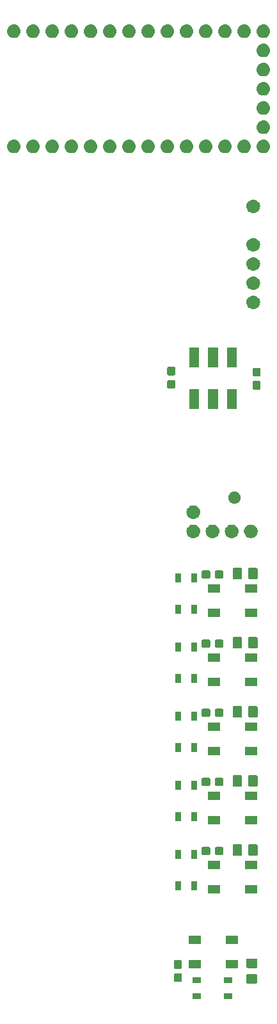
<source format=gbr>
G04 #@! TF.GenerationSoftware,KiCad,Pcbnew,(5.1.0)-1*
G04 #@! TF.CreationDate,2019-07-29T16:37:05-07:00*
G04 #@! TF.ProjectId,Watch V4,57617463-6820-4563-942e-6b696361645f,rev?*
G04 #@! TF.SameCoordinates,Original*
G04 #@! TF.FileFunction,Soldermask,Top*
G04 #@! TF.FilePolarity,Negative*
%FSLAX46Y46*%
G04 Gerber Fmt 4.6, Leading zero omitted, Abs format (unit mm)*
G04 Created by KiCad (PCBNEW (5.1.0)-1) date 2019-07-29 16:37:05*
%MOMM*%
%LPD*%
G04 APERTURE LIST*
%ADD10C,0.100000*%
G04 APERTURE END LIST*
D10*
G36*
X155942000Y-158423000D02*
G01*
X154790000Y-158423000D01*
X154790000Y-157671000D01*
X155942000Y-157671000D01*
X155942000Y-158423000D01*
X155942000Y-158423000D01*
G37*
G36*
X151792000Y-158423000D02*
G01*
X150640000Y-158423000D01*
X150640000Y-157671000D01*
X151792000Y-157671000D01*
X151792000Y-158423000D01*
X151792000Y-158423000D01*
G37*
G36*
X159084674Y-155098465D02*
G01*
X159122367Y-155109899D01*
X159157103Y-155128466D01*
X159187548Y-155153452D01*
X159212534Y-155183897D01*
X159231101Y-155218633D01*
X159242535Y-155256326D01*
X159247000Y-155301661D01*
X159247000Y-156138339D01*
X159242535Y-156183674D01*
X159231101Y-156221367D01*
X159212534Y-156256103D01*
X159187548Y-156286548D01*
X159157103Y-156311534D01*
X159122367Y-156330101D01*
X159084674Y-156341535D01*
X159039339Y-156346000D01*
X157952661Y-156346000D01*
X157907326Y-156341535D01*
X157869633Y-156330101D01*
X157834897Y-156311534D01*
X157804452Y-156286548D01*
X157779466Y-156256103D01*
X157760899Y-156221367D01*
X157749465Y-156183674D01*
X157745000Y-156138339D01*
X157745000Y-155301661D01*
X157749465Y-155256326D01*
X157760899Y-155218633D01*
X157779466Y-155183897D01*
X157804452Y-155153452D01*
X157834897Y-155128466D01*
X157869633Y-155109899D01*
X157907326Y-155098465D01*
X157952661Y-155094000D01*
X159039339Y-155094000D01*
X159084674Y-155098465D01*
X159084674Y-155098465D01*
G37*
G36*
X151792000Y-156273000D02*
G01*
X150640000Y-156273000D01*
X150640000Y-155521000D01*
X151792000Y-155521000D01*
X151792000Y-156273000D01*
X151792000Y-156273000D01*
G37*
G36*
X155942000Y-156273000D02*
G01*
X154790000Y-156273000D01*
X154790000Y-155521000D01*
X155942000Y-155521000D01*
X155942000Y-156273000D01*
X155942000Y-156273000D01*
G37*
G36*
X149081499Y-154989445D02*
G01*
X149118995Y-155000820D01*
X149153554Y-155019292D01*
X149183847Y-155044153D01*
X149208708Y-155074446D01*
X149227180Y-155109005D01*
X149238555Y-155146501D01*
X149243000Y-155191638D01*
X149243000Y-155930362D01*
X149238555Y-155975499D01*
X149227180Y-156012995D01*
X149208708Y-156047554D01*
X149183847Y-156077847D01*
X149153554Y-156102708D01*
X149118995Y-156121180D01*
X149081499Y-156132555D01*
X149036362Y-156137000D01*
X148397638Y-156137000D01*
X148352501Y-156132555D01*
X148315005Y-156121180D01*
X148280446Y-156102708D01*
X148250153Y-156077847D01*
X148225292Y-156047554D01*
X148206820Y-156012995D01*
X148195445Y-155975499D01*
X148191000Y-155930362D01*
X148191000Y-155191638D01*
X148195445Y-155146501D01*
X148206820Y-155109005D01*
X148225292Y-155074446D01*
X148250153Y-155044153D01*
X148280446Y-155019292D01*
X148315005Y-155000820D01*
X148352501Y-154989445D01*
X148397638Y-154985000D01*
X149036362Y-154985000D01*
X149081499Y-154989445D01*
X149081499Y-154989445D01*
G37*
G36*
X149081499Y-153239445D02*
G01*
X149118995Y-153250820D01*
X149153554Y-153269292D01*
X149183847Y-153294153D01*
X149208708Y-153324446D01*
X149227180Y-153359005D01*
X149238555Y-153396501D01*
X149243000Y-153441638D01*
X149243000Y-154180362D01*
X149238555Y-154225499D01*
X149227180Y-154262995D01*
X149208708Y-154297554D01*
X149183847Y-154327847D01*
X149153554Y-154352708D01*
X149118995Y-154371180D01*
X149081499Y-154382555D01*
X149036362Y-154387000D01*
X148397638Y-154387000D01*
X148352501Y-154382555D01*
X148315005Y-154371180D01*
X148280446Y-154352708D01*
X148250153Y-154327847D01*
X148225292Y-154297554D01*
X148206820Y-154262995D01*
X148195445Y-154225499D01*
X148191000Y-154180362D01*
X148191000Y-153441638D01*
X148195445Y-153396501D01*
X148206820Y-153359005D01*
X148225292Y-153324446D01*
X148250153Y-153294153D01*
X148280446Y-153269292D01*
X148315005Y-153250820D01*
X148352501Y-153239445D01*
X148397638Y-153235000D01*
X149036362Y-153235000D01*
X149081499Y-153239445D01*
X149081499Y-153239445D01*
G37*
G36*
X151767000Y-154297000D02*
G01*
X150165000Y-154297000D01*
X150165000Y-153195000D01*
X151767000Y-153195000D01*
X151767000Y-154297000D01*
X151767000Y-154297000D01*
G37*
G36*
X156667000Y-154297000D02*
G01*
X155065000Y-154297000D01*
X155065000Y-153195000D01*
X156667000Y-153195000D01*
X156667000Y-154297000D01*
X156667000Y-154297000D01*
G37*
G36*
X159084674Y-153048465D02*
G01*
X159122367Y-153059899D01*
X159157103Y-153078466D01*
X159187548Y-153103452D01*
X159212534Y-153133897D01*
X159231101Y-153168633D01*
X159242535Y-153206326D01*
X159247000Y-153251661D01*
X159247000Y-154088339D01*
X159242535Y-154133674D01*
X159231101Y-154171367D01*
X159212534Y-154206103D01*
X159187548Y-154236548D01*
X159157103Y-154261534D01*
X159122367Y-154280101D01*
X159084674Y-154291535D01*
X159039339Y-154296000D01*
X157952661Y-154296000D01*
X157907326Y-154291535D01*
X157869633Y-154280101D01*
X157834897Y-154261534D01*
X157804452Y-154236548D01*
X157779466Y-154206103D01*
X157760899Y-154171367D01*
X157749465Y-154133674D01*
X157745000Y-154088339D01*
X157745000Y-153251661D01*
X157749465Y-153206326D01*
X157760899Y-153168633D01*
X157779466Y-153133897D01*
X157804452Y-153103452D01*
X157834897Y-153078466D01*
X157869633Y-153059899D01*
X157907326Y-153048465D01*
X157952661Y-153044000D01*
X159039339Y-153044000D01*
X159084674Y-153048465D01*
X159084674Y-153048465D01*
G37*
G36*
X151767000Y-151097000D02*
G01*
X150165000Y-151097000D01*
X150165000Y-149995000D01*
X151767000Y-149995000D01*
X151767000Y-151097000D01*
X151767000Y-151097000D01*
G37*
G36*
X156667000Y-151097000D02*
G01*
X155065000Y-151097000D01*
X155065000Y-149995000D01*
X156667000Y-149995000D01*
X156667000Y-151097000D01*
X156667000Y-151097000D01*
G37*
G36*
X154307000Y-144391000D02*
G01*
X152705000Y-144391000D01*
X152705000Y-143289000D01*
X154307000Y-143289000D01*
X154307000Y-144391000D01*
X154307000Y-144391000D01*
G37*
G36*
X159207000Y-144391000D02*
G01*
X157605000Y-144391000D01*
X157605000Y-143289000D01*
X159207000Y-143289000D01*
X159207000Y-144391000D01*
X159207000Y-144391000D01*
G37*
G36*
X151244000Y-144004000D02*
G01*
X150492000Y-144004000D01*
X150492000Y-142852000D01*
X151244000Y-142852000D01*
X151244000Y-144004000D01*
X151244000Y-144004000D01*
G37*
G36*
X149094000Y-144004000D02*
G01*
X148342000Y-144004000D01*
X148342000Y-142852000D01*
X149094000Y-142852000D01*
X149094000Y-144004000D01*
X149094000Y-144004000D01*
G37*
G36*
X159207000Y-141191000D02*
G01*
X157605000Y-141191000D01*
X157605000Y-140089000D01*
X159207000Y-140089000D01*
X159207000Y-141191000D01*
X159207000Y-141191000D01*
G37*
G36*
X154307000Y-141191000D02*
G01*
X152705000Y-141191000D01*
X152705000Y-140089000D01*
X154307000Y-140089000D01*
X154307000Y-141191000D01*
X154307000Y-141191000D01*
G37*
G36*
X149094000Y-139854000D02*
G01*
X148342000Y-139854000D01*
X148342000Y-138702000D01*
X149094000Y-138702000D01*
X149094000Y-139854000D01*
X149094000Y-139854000D01*
G37*
G36*
X151244000Y-139854000D02*
G01*
X150492000Y-139854000D01*
X150492000Y-138702000D01*
X151244000Y-138702000D01*
X151244000Y-139854000D01*
X151244000Y-139854000D01*
G37*
G36*
X159095674Y-137937465D02*
G01*
X159133367Y-137948899D01*
X159168103Y-137967466D01*
X159198548Y-137992452D01*
X159223534Y-138022897D01*
X159242101Y-138057633D01*
X159253535Y-138095326D01*
X159258000Y-138140661D01*
X159258000Y-139227339D01*
X159253535Y-139272674D01*
X159242101Y-139310367D01*
X159223534Y-139345103D01*
X159198548Y-139375548D01*
X159168103Y-139400534D01*
X159133367Y-139419101D01*
X159095674Y-139430535D01*
X159050339Y-139435000D01*
X158213661Y-139435000D01*
X158168326Y-139430535D01*
X158130633Y-139419101D01*
X158095897Y-139400534D01*
X158065452Y-139375548D01*
X158040466Y-139345103D01*
X158021899Y-139310367D01*
X158010465Y-139272674D01*
X158006000Y-139227339D01*
X158006000Y-138140661D01*
X158010465Y-138095326D01*
X158021899Y-138057633D01*
X158040466Y-138022897D01*
X158065452Y-137992452D01*
X158095897Y-137967466D01*
X158130633Y-137948899D01*
X158168326Y-137937465D01*
X158213661Y-137933000D01*
X159050339Y-137933000D01*
X159095674Y-137937465D01*
X159095674Y-137937465D01*
G37*
G36*
X157045674Y-137937465D02*
G01*
X157083367Y-137948899D01*
X157118103Y-137967466D01*
X157148548Y-137992452D01*
X157173534Y-138022897D01*
X157192101Y-138057633D01*
X157203535Y-138095326D01*
X157208000Y-138140661D01*
X157208000Y-139227339D01*
X157203535Y-139272674D01*
X157192101Y-139310367D01*
X157173534Y-139345103D01*
X157148548Y-139375548D01*
X157118103Y-139400534D01*
X157083367Y-139419101D01*
X157045674Y-139430535D01*
X157000339Y-139435000D01*
X156163661Y-139435000D01*
X156118326Y-139430535D01*
X156080633Y-139419101D01*
X156045897Y-139400534D01*
X156015452Y-139375548D01*
X155990466Y-139345103D01*
X155971899Y-139310367D01*
X155960465Y-139272674D01*
X155956000Y-139227339D01*
X155956000Y-138140661D01*
X155960465Y-138095326D01*
X155971899Y-138057633D01*
X155990466Y-138022897D01*
X156015452Y-137992452D01*
X156045897Y-137967466D01*
X156080633Y-137948899D01*
X156118326Y-137937465D01*
X156163661Y-137933000D01*
X157000339Y-137933000D01*
X157045674Y-137937465D01*
X157045674Y-137937465D01*
G37*
G36*
X154578499Y-138289445D02*
G01*
X154615995Y-138300820D01*
X154650554Y-138319292D01*
X154680847Y-138344153D01*
X154705708Y-138374446D01*
X154724180Y-138409005D01*
X154735555Y-138446501D01*
X154740000Y-138491638D01*
X154740000Y-139130362D01*
X154735555Y-139175499D01*
X154724180Y-139212995D01*
X154705708Y-139247554D01*
X154680847Y-139277847D01*
X154650554Y-139302708D01*
X154615995Y-139321180D01*
X154578499Y-139332555D01*
X154533362Y-139337000D01*
X153794638Y-139337000D01*
X153749501Y-139332555D01*
X153712005Y-139321180D01*
X153677446Y-139302708D01*
X153647153Y-139277847D01*
X153622292Y-139247554D01*
X153603820Y-139212995D01*
X153592445Y-139175499D01*
X153588000Y-139130362D01*
X153588000Y-138491638D01*
X153592445Y-138446501D01*
X153603820Y-138409005D01*
X153622292Y-138374446D01*
X153647153Y-138344153D01*
X153677446Y-138319292D01*
X153712005Y-138300820D01*
X153749501Y-138289445D01*
X153794638Y-138285000D01*
X154533362Y-138285000D01*
X154578499Y-138289445D01*
X154578499Y-138289445D01*
G37*
G36*
X152828499Y-138289445D02*
G01*
X152865995Y-138300820D01*
X152900554Y-138319292D01*
X152930847Y-138344153D01*
X152955708Y-138374446D01*
X152974180Y-138409005D01*
X152985555Y-138446501D01*
X152990000Y-138491638D01*
X152990000Y-139130362D01*
X152985555Y-139175499D01*
X152974180Y-139212995D01*
X152955708Y-139247554D01*
X152930847Y-139277847D01*
X152900554Y-139302708D01*
X152865995Y-139321180D01*
X152828499Y-139332555D01*
X152783362Y-139337000D01*
X152044638Y-139337000D01*
X151999501Y-139332555D01*
X151962005Y-139321180D01*
X151927446Y-139302708D01*
X151897153Y-139277847D01*
X151872292Y-139247554D01*
X151853820Y-139212995D01*
X151842445Y-139175499D01*
X151838000Y-139130362D01*
X151838000Y-138491638D01*
X151842445Y-138446501D01*
X151853820Y-138409005D01*
X151872292Y-138374446D01*
X151897153Y-138344153D01*
X151927446Y-138319292D01*
X151962005Y-138300820D01*
X151999501Y-138289445D01*
X152044638Y-138285000D01*
X152783362Y-138285000D01*
X152828499Y-138289445D01*
X152828499Y-138289445D01*
G37*
G36*
X159207000Y-135247000D02*
G01*
X157605000Y-135247000D01*
X157605000Y-134145000D01*
X159207000Y-134145000D01*
X159207000Y-135247000D01*
X159207000Y-135247000D01*
G37*
G36*
X154307000Y-135247000D02*
G01*
X152705000Y-135247000D01*
X152705000Y-134145000D01*
X154307000Y-134145000D01*
X154307000Y-135247000D01*
X154307000Y-135247000D01*
G37*
G36*
X151244000Y-134860000D02*
G01*
X150492000Y-134860000D01*
X150492000Y-133708000D01*
X151244000Y-133708000D01*
X151244000Y-134860000D01*
X151244000Y-134860000D01*
G37*
G36*
X149094000Y-134860000D02*
G01*
X148342000Y-134860000D01*
X148342000Y-133708000D01*
X149094000Y-133708000D01*
X149094000Y-134860000D01*
X149094000Y-134860000D01*
G37*
G36*
X154307000Y-132047000D02*
G01*
X152705000Y-132047000D01*
X152705000Y-130945000D01*
X154307000Y-130945000D01*
X154307000Y-132047000D01*
X154307000Y-132047000D01*
G37*
G36*
X159207000Y-132047000D02*
G01*
X157605000Y-132047000D01*
X157605000Y-130945000D01*
X159207000Y-130945000D01*
X159207000Y-132047000D01*
X159207000Y-132047000D01*
G37*
G36*
X149094000Y-130710000D02*
G01*
X148342000Y-130710000D01*
X148342000Y-129558000D01*
X149094000Y-129558000D01*
X149094000Y-130710000D01*
X149094000Y-130710000D01*
G37*
G36*
X151244000Y-130710000D02*
G01*
X150492000Y-130710000D01*
X150492000Y-129558000D01*
X151244000Y-129558000D01*
X151244000Y-130710000D01*
X151244000Y-130710000D01*
G37*
G36*
X159095674Y-128793465D02*
G01*
X159133367Y-128804899D01*
X159168103Y-128823466D01*
X159198548Y-128848452D01*
X159223534Y-128878897D01*
X159242101Y-128913633D01*
X159253535Y-128951326D01*
X159258000Y-128996661D01*
X159258000Y-130083339D01*
X159253535Y-130128674D01*
X159242101Y-130166367D01*
X159223534Y-130201103D01*
X159198548Y-130231548D01*
X159168103Y-130256534D01*
X159133367Y-130275101D01*
X159095674Y-130286535D01*
X159050339Y-130291000D01*
X158213661Y-130291000D01*
X158168326Y-130286535D01*
X158130633Y-130275101D01*
X158095897Y-130256534D01*
X158065452Y-130231548D01*
X158040466Y-130201103D01*
X158021899Y-130166367D01*
X158010465Y-130128674D01*
X158006000Y-130083339D01*
X158006000Y-128996661D01*
X158010465Y-128951326D01*
X158021899Y-128913633D01*
X158040466Y-128878897D01*
X158065452Y-128848452D01*
X158095897Y-128823466D01*
X158130633Y-128804899D01*
X158168326Y-128793465D01*
X158213661Y-128789000D01*
X159050339Y-128789000D01*
X159095674Y-128793465D01*
X159095674Y-128793465D01*
G37*
G36*
X157045674Y-128793465D02*
G01*
X157083367Y-128804899D01*
X157118103Y-128823466D01*
X157148548Y-128848452D01*
X157173534Y-128878897D01*
X157192101Y-128913633D01*
X157203535Y-128951326D01*
X157208000Y-128996661D01*
X157208000Y-130083339D01*
X157203535Y-130128674D01*
X157192101Y-130166367D01*
X157173534Y-130201103D01*
X157148548Y-130231548D01*
X157118103Y-130256534D01*
X157083367Y-130275101D01*
X157045674Y-130286535D01*
X157000339Y-130291000D01*
X156163661Y-130291000D01*
X156118326Y-130286535D01*
X156080633Y-130275101D01*
X156045897Y-130256534D01*
X156015452Y-130231548D01*
X155990466Y-130201103D01*
X155971899Y-130166367D01*
X155960465Y-130128674D01*
X155956000Y-130083339D01*
X155956000Y-128996661D01*
X155960465Y-128951326D01*
X155971899Y-128913633D01*
X155990466Y-128878897D01*
X156015452Y-128848452D01*
X156045897Y-128823466D01*
X156080633Y-128804899D01*
X156118326Y-128793465D01*
X156163661Y-128789000D01*
X157000339Y-128789000D01*
X157045674Y-128793465D01*
X157045674Y-128793465D01*
G37*
G36*
X152828499Y-129145445D02*
G01*
X152865995Y-129156820D01*
X152900554Y-129175292D01*
X152930847Y-129200153D01*
X152955708Y-129230446D01*
X152974180Y-129265005D01*
X152985555Y-129302501D01*
X152990000Y-129347638D01*
X152990000Y-129986362D01*
X152985555Y-130031499D01*
X152974180Y-130068995D01*
X152955708Y-130103554D01*
X152930847Y-130133847D01*
X152900554Y-130158708D01*
X152865995Y-130177180D01*
X152828499Y-130188555D01*
X152783362Y-130193000D01*
X152044638Y-130193000D01*
X151999501Y-130188555D01*
X151962005Y-130177180D01*
X151927446Y-130158708D01*
X151897153Y-130133847D01*
X151872292Y-130103554D01*
X151853820Y-130068995D01*
X151842445Y-130031499D01*
X151838000Y-129986362D01*
X151838000Y-129347638D01*
X151842445Y-129302501D01*
X151853820Y-129265005D01*
X151872292Y-129230446D01*
X151897153Y-129200153D01*
X151927446Y-129175292D01*
X151962005Y-129156820D01*
X151999501Y-129145445D01*
X152044638Y-129141000D01*
X152783362Y-129141000D01*
X152828499Y-129145445D01*
X152828499Y-129145445D01*
G37*
G36*
X154578499Y-129145445D02*
G01*
X154615995Y-129156820D01*
X154650554Y-129175292D01*
X154680847Y-129200153D01*
X154705708Y-129230446D01*
X154724180Y-129265005D01*
X154735555Y-129302501D01*
X154740000Y-129347638D01*
X154740000Y-129986362D01*
X154735555Y-130031499D01*
X154724180Y-130068995D01*
X154705708Y-130103554D01*
X154680847Y-130133847D01*
X154650554Y-130158708D01*
X154615995Y-130177180D01*
X154578499Y-130188555D01*
X154533362Y-130193000D01*
X153794638Y-130193000D01*
X153749501Y-130188555D01*
X153712005Y-130177180D01*
X153677446Y-130158708D01*
X153647153Y-130133847D01*
X153622292Y-130103554D01*
X153603820Y-130068995D01*
X153592445Y-130031499D01*
X153588000Y-129986362D01*
X153588000Y-129347638D01*
X153592445Y-129302501D01*
X153603820Y-129265005D01*
X153622292Y-129230446D01*
X153647153Y-129200153D01*
X153677446Y-129175292D01*
X153712005Y-129156820D01*
X153749501Y-129145445D01*
X153794638Y-129141000D01*
X154533362Y-129141000D01*
X154578499Y-129145445D01*
X154578499Y-129145445D01*
G37*
G36*
X154307000Y-126103000D02*
G01*
X152705000Y-126103000D01*
X152705000Y-125001000D01*
X154307000Y-125001000D01*
X154307000Y-126103000D01*
X154307000Y-126103000D01*
G37*
G36*
X159207000Y-126103000D02*
G01*
X157605000Y-126103000D01*
X157605000Y-125001000D01*
X159207000Y-125001000D01*
X159207000Y-126103000D01*
X159207000Y-126103000D01*
G37*
G36*
X151244000Y-125716000D02*
G01*
X150492000Y-125716000D01*
X150492000Y-124564000D01*
X151244000Y-124564000D01*
X151244000Y-125716000D01*
X151244000Y-125716000D01*
G37*
G36*
X149094000Y-125716000D02*
G01*
X148342000Y-125716000D01*
X148342000Y-124564000D01*
X149094000Y-124564000D01*
X149094000Y-125716000D01*
X149094000Y-125716000D01*
G37*
G36*
X154307000Y-122903000D02*
G01*
X152705000Y-122903000D01*
X152705000Y-121801000D01*
X154307000Y-121801000D01*
X154307000Y-122903000D01*
X154307000Y-122903000D01*
G37*
G36*
X159207000Y-122903000D02*
G01*
X157605000Y-122903000D01*
X157605000Y-121801000D01*
X159207000Y-121801000D01*
X159207000Y-122903000D01*
X159207000Y-122903000D01*
G37*
G36*
X149094000Y-121566000D02*
G01*
X148342000Y-121566000D01*
X148342000Y-120414000D01*
X149094000Y-120414000D01*
X149094000Y-121566000D01*
X149094000Y-121566000D01*
G37*
G36*
X151244000Y-121566000D02*
G01*
X150492000Y-121566000D01*
X150492000Y-120414000D01*
X151244000Y-120414000D01*
X151244000Y-121566000D01*
X151244000Y-121566000D01*
G37*
G36*
X157045674Y-119649465D02*
G01*
X157083367Y-119660899D01*
X157118103Y-119679466D01*
X157148548Y-119704452D01*
X157173534Y-119734897D01*
X157192101Y-119769633D01*
X157203535Y-119807326D01*
X157208000Y-119852661D01*
X157208000Y-120939339D01*
X157203535Y-120984674D01*
X157192101Y-121022367D01*
X157173534Y-121057103D01*
X157148548Y-121087548D01*
X157118103Y-121112534D01*
X157083367Y-121131101D01*
X157045674Y-121142535D01*
X157000339Y-121147000D01*
X156163661Y-121147000D01*
X156118326Y-121142535D01*
X156080633Y-121131101D01*
X156045897Y-121112534D01*
X156015452Y-121087548D01*
X155990466Y-121057103D01*
X155971899Y-121022367D01*
X155960465Y-120984674D01*
X155956000Y-120939339D01*
X155956000Y-119852661D01*
X155960465Y-119807326D01*
X155971899Y-119769633D01*
X155990466Y-119734897D01*
X156015452Y-119704452D01*
X156045897Y-119679466D01*
X156080633Y-119660899D01*
X156118326Y-119649465D01*
X156163661Y-119645000D01*
X157000339Y-119645000D01*
X157045674Y-119649465D01*
X157045674Y-119649465D01*
G37*
G36*
X159095674Y-119649465D02*
G01*
X159133367Y-119660899D01*
X159168103Y-119679466D01*
X159198548Y-119704452D01*
X159223534Y-119734897D01*
X159242101Y-119769633D01*
X159253535Y-119807326D01*
X159258000Y-119852661D01*
X159258000Y-120939339D01*
X159253535Y-120984674D01*
X159242101Y-121022367D01*
X159223534Y-121057103D01*
X159198548Y-121087548D01*
X159168103Y-121112534D01*
X159133367Y-121131101D01*
X159095674Y-121142535D01*
X159050339Y-121147000D01*
X158213661Y-121147000D01*
X158168326Y-121142535D01*
X158130633Y-121131101D01*
X158095897Y-121112534D01*
X158065452Y-121087548D01*
X158040466Y-121057103D01*
X158021899Y-121022367D01*
X158010465Y-120984674D01*
X158006000Y-120939339D01*
X158006000Y-119852661D01*
X158010465Y-119807326D01*
X158021899Y-119769633D01*
X158040466Y-119734897D01*
X158065452Y-119704452D01*
X158095897Y-119679466D01*
X158130633Y-119660899D01*
X158168326Y-119649465D01*
X158213661Y-119645000D01*
X159050339Y-119645000D01*
X159095674Y-119649465D01*
X159095674Y-119649465D01*
G37*
G36*
X152828499Y-120001445D02*
G01*
X152865995Y-120012820D01*
X152900554Y-120031292D01*
X152930847Y-120056153D01*
X152955708Y-120086446D01*
X152974180Y-120121005D01*
X152985555Y-120158501D01*
X152990000Y-120203638D01*
X152990000Y-120842362D01*
X152985555Y-120887499D01*
X152974180Y-120924995D01*
X152955708Y-120959554D01*
X152930847Y-120989847D01*
X152900554Y-121014708D01*
X152865995Y-121033180D01*
X152828499Y-121044555D01*
X152783362Y-121049000D01*
X152044638Y-121049000D01*
X151999501Y-121044555D01*
X151962005Y-121033180D01*
X151927446Y-121014708D01*
X151897153Y-120989847D01*
X151872292Y-120959554D01*
X151853820Y-120924995D01*
X151842445Y-120887499D01*
X151838000Y-120842362D01*
X151838000Y-120203638D01*
X151842445Y-120158501D01*
X151853820Y-120121005D01*
X151872292Y-120086446D01*
X151897153Y-120056153D01*
X151927446Y-120031292D01*
X151962005Y-120012820D01*
X151999501Y-120001445D01*
X152044638Y-119997000D01*
X152783362Y-119997000D01*
X152828499Y-120001445D01*
X152828499Y-120001445D01*
G37*
G36*
X154578499Y-120001445D02*
G01*
X154615995Y-120012820D01*
X154650554Y-120031292D01*
X154680847Y-120056153D01*
X154705708Y-120086446D01*
X154724180Y-120121005D01*
X154735555Y-120158501D01*
X154740000Y-120203638D01*
X154740000Y-120842362D01*
X154735555Y-120887499D01*
X154724180Y-120924995D01*
X154705708Y-120959554D01*
X154680847Y-120989847D01*
X154650554Y-121014708D01*
X154615995Y-121033180D01*
X154578499Y-121044555D01*
X154533362Y-121049000D01*
X153794638Y-121049000D01*
X153749501Y-121044555D01*
X153712005Y-121033180D01*
X153677446Y-121014708D01*
X153647153Y-120989847D01*
X153622292Y-120959554D01*
X153603820Y-120924995D01*
X153592445Y-120887499D01*
X153588000Y-120842362D01*
X153588000Y-120203638D01*
X153592445Y-120158501D01*
X153603820Y-120121005D01*
X153622292Y-120086446D01*
X153647153Y-120056153D01*
X153677446Y-120031292D01*
X153712005Y-120012820D01*
X153749501Y-120001445D01*
X153794638Y-119997000D01*
X154533362Y-119997000D01*
X154578499Y-120001445D01*
X154578499Y-120001445D01*
G37*
G36*
X159207000Y-116959000D02*
G01*
X157605000Y-116959000D01*
X157605000Y-115857000D01*
X159207000Y-115857000D01*
X159207000Y-116959000D01*
X159207000Y-116959000D01*
G37*
G36*
X154307000Y-116959000D02*
G01*
X152705000Y-116959000D01*
X152705000Y-115857000D01*
X154307000Y-115857000D01*
X154307000Y-116959000D01*
X154307000Y-116959000D01*
G37*
G36*
X151244000Y-116572000D02*
G01*
X150492000Y-116572000D01*
X150492000Y-115420000D01*
X151244000Y-115420000D01*
X151244000Y-116572000D01*
X151244000Y-116572000D01*
G37*
G36*
X149094000Y-116572000D02*
G01*
X148342000Y-116572000D01*
X148342000Y-115420000D01*
X149094000Y-115420000D01*
X149094000Y-116572000D01*
X149094000Y-116572000D01*
G37*
G36*
X154307000Y-113759000D02*
G01*
X152705000Y-113759000D01*
X152705000Y-112657000D01*
X154307000Y-112657000D01*
X154307000Y-113759000D01*
X154307000Y-113759000D01*
G37*
G36*
X159207000Y-113759000D02*
G01*
X157605000Y-113759000D01*
X157605000Y-112657000D01*
X159207000Y-112657000D01*
X159207000Y-113759000D01*
X159207000Y-113759000D01*
G37*
G36*
X151244000Y-112422000D02*
G01*
X150492000Y-112422000D01*
X150492000Y-111270000D01*
X151244000Y-111270000D01*
X151244000Y-112422000D01*
X151244000Y-112422000D01*
G37*
G36*
X149094000Y-112422000D02*
G01*
X148342000Y-112422000D01*
X148342000Y-111270000D01*
X149094000Y-111270000D01*
X149094000Y-112422000D01*
X149094000Y-112422000D01*
G37*
G36*
X159095674Y-110505465D02*
G01*
X159133367Y-110516899D01*
X159168103Y-110535466D01*
X159198548Y-110560452D01*
X159223534Y-110590897D01*
X159242101Y-110625633D01*
X159253535Y-110663326D01*
X159258000Y-110708661D01*
X159258000Y-111795339D01*
X159253535Y-111840674D01*
X159242101Y-111878367D01*
X159223534Y-111913103D01*
X159198548Y-111943548D01*
X159168103Y-111968534D01*
X159133367Y-111987101D01*
X159095674Y-111998535D01*
X159050339Y-112003000D01*
X158213661Y-112003000D01*
X158168326Y-111998535D01*
X158130633Y-111987101D01*
X158095897Y-111968534D01*
X158065452Y-111943548D01*
X158040466Y-111913103D01*
X158021899Y-111878367D01*
X158010465Y-111840674D01*
X158006000Y-111795339D01*
X158006000Y-110708661D01*
X158010465Y-110663326D01*
X158021899Y-110625633D01*
X158040466Y-110590897D01*
X158065452Y-110560452D01*
X158095897Y-110535466D01*
X158130633Y-110516899D01*
X158168326Y-110505465D01*
X158213661Y-110501000D01*
X159050339Y-110501000D01*
X159095674Y-110505465D01*
X159095674Y-110505465D01*
G37*
G36*
X157045674Y-110505465D02*
G01*
X157083367Y-110516899D01*
X157118103Y-110535466D01*
X157148548Y-110560452D01*
X157173534Y-110590897D01*
X157192101Y-110625633D01*
X157203535Y-110663326D01*
X157208000Y-110708661D01*
X157208000Y-111795339D01*
X157203535Y-111840674D01*
X157192101Y-111878367D01*
X157173534Y-111913103D01*
X157148548Y-111943548D01*
X157118103Y-111968534D01*
X157083367Y-111987101D01*
X157045674Y-111998535D01*
X157000339Y-112003000D01*
X156163661Y-112003000D01*
X156118326Y-111998535D01*
X156080633Y-111987101D01*
X156045897Y-111968534D01*
X156015452Y-111943548D01*
X155990466Y-111913103D01*
X155971899Y-111878367D01*
X155960465Y-111840674D01*
X155956000Y-111795339D01*
X155956000Y-110708661D01*
X155960465Y-110663326D01*
X155971899Y-110625633D01*
X155990466Y-110590897D01*
X156015452Y-110560452D01*
X156045897Y-110535466D01*
X156080633Y-110516899D01*
X156118326Y-110505465D01*
X156163661Y-110501000D01*
X157000339Y-110501000D01*
X157045674Y-110505465D01*
X157045674Y-110505465D01*
G37*
G36*
X154578499Y-110857445D02*
G01*
X154615995Y-110868820D01*
X154650554Y-110887292D01*
X154680847Y-110912153D01*
X154705708Y-110942446D01*
X154724180Y-110977005D01*
X154735555Y-111014501D01*
X154740000Y-111059638D01*
X154740000Y-111698362D01*
X154735555Y-111743499D01*
X154724180Y-111780995D01*
X154705708Y-111815554D01*
X154680847Y-111845847D01*
X154650554Y-111870708D01*
X154615995Y-111889180D01*
X154578499Y-111900555D01*
X154533362Y-111905000D01*
X153794638Y-111905000D01*
X153749501Y-111900555D01*
X153712005Y-111889180D01*
X153677446Y-111870708D01*
X153647153Y-111845847D01*
X153622292Y-111815554D01*
X153603820Y-111780995D01*
X153592445Y-111743499D01*
X153588000Y-111698362D01*
X153588000Y-111059638D01*
X153592445Y-111014501D01*
X153603820Y-110977005D01*
X153622292Y-110942446D01*
X153647153Y-110912153D01*
X153677446Y-110887292D01*
X153712005Y-110868820D01*
X153749501Y-110857445D01*
X153794638Y-110853000D01*
X154533362Y-110853000D01*
X154578499Y-110857445D01*
X154578499Y-110857445D01*
G37*
G36*
X152828499Y-110857445D02*
G01*
X152865995Y-110868820D01*
X152900554Y-110887292D01*
X152930847Y-110912153D01*
X152955708Y-110942446D01*
X152974180Y-110977005D01*
X152985555Y-111014501D01*
X152990000Y-111059638D01*
X152990000Y-111698362D01*
X152985555Y-111743499D01*
X152974180Y-111780995D01*
X152955708Y-111815554D01*
X152930847Y-111845847D01*
X152900554Y-111870708D01*
X152865995Y-111889180D01*
X152828499Y-111900555D01*
X152783362Y-111905000D01*
X152044638Y-111905000D01*
X151999501Y-111900555D01*
X151962005Y-111889180D01*
X151927446Y-111870708D01*
X151897153Y-111845847D01*
X151872292Y-111815554D01*
X151853820Y-111780995D01*
X151842445Y-111743499D01*
X151838000Y-111698362D01*
X151838000Y-111059638D01*
X151842445Y-111014501D01*
X151853820Y-110977005D01*
X151872292Y-110942446D01*
X151897153Y-110912153D01*
X151927446Y-110887292D01*
X151962005Y-110868820D01*
X151999501Y-110857445D01*
X152044638Y-110853000D01*
X152783362Y-110853000D01*
X152828499Y-110857445D01*
X152828499Y-110857445D01*
G37*
G36*
X159207000Y-107815000D02*
G01*
X157605000Y-107815000D01*
X157605000Y-106713000D01*
X159207000Y-106713000D01*
X159207000Y-107815000D01*
X159207000Y-107815000D01*
G37*
G36*
X154307000Y-107815000D02*
G01*
X152705000Y-107815000D01*
X152705000Y-106713000D01*
X154307000Y-106713000D01*
X154307000Y-107815000D01*
X154307000Y-107815000D01*
G37*
G36*
X149094000Y-107428000D02*
G01*
X148342000Y-107428000D01*
X148342000Y-106276000D01*
X149094000Y-106276000D01*
X149094000Y-107428000D01*
X149094000Y-107428000D01*
G37*
G36*
X151244000Y-107428000D02*
G01*
X150492000Y-107428000D01*
X150492000Y-106276000D01*
X151244000Y-106276000D01*
X151244000Y-107428000D01*
X151244000Y-107428000D01*
G37*
G36*
X159207000Y-104615000D02*
G01*
X157605000Y-104615000D01*
X157605000Y-103513000D01*
X159207000Y-103513000D01*
X159207000Y-104615000D01*
X159207000Y-104615000D01*
G37*
G36*
X154307000Y-104615000D02*
G01*
X152705000Y-104615000D01*
X152705000Y-103513000D01*
X154307000Y-103513000D01*
X154307000Y-104615000D01*
X154307000Y-104615000D01*
G37*
G36*
X151244000Y-103278000D02*
G01*
X150492000Y-103278000D01*
X150492000Y-102126000D01*
X151244000Y-102126000D01*
X151244000Y-103278000D01*
X151244000Y-103278000D01*
G37*
G36*
X149094000Y-103278000D02*
G01*
X148342000Y-103278000D01*
X148342000Y-102126000D01*
X149094000Y-102126000D01*
X149094000Y-103278000D01*
X149094000Y-103278000D01*
G37*
G36*
X157045674Y-101361465D02*
G01*
X157083367Y-101372899D01*
X157118103Y-101391466D01*
X157148548Y-101416452D01*
X157173534Y-101446897D01*
X157192101Y-101481633D01*
X157203535Y-101519326D01*
X157208000Y-101564661D01*
X157208000Y-102651339D01*
X157203535Y-102696674D01*
X157192101Y-102734367D01*
X157173534Y-102769103D01*
X157148548Y-102799548D01*
X157118103Y-102824534D01*
X157083367Y-102843101D01*
X157045674Y-102854535D01*
X157000339Y-102859000D01*
X156163661Y-102859000D01*
X156118326Y-102854535D01*
X156080633Y-102843101D01*
X156045897Y-102824534D01*
X156015452Y-102799548D01*
X155990466Y-102769103D01*
X155971899Y-102734367D01*
X155960465Y-102696674D01*
X155956000Y-102651339D01*
X155956000Y-101564661D01*
X155960465Y-101519326D01*
X155971899Y-101481633D01*
X155990466Y-101446897D01*
X156015452Y-101416452D01*
X156045897Y-101391466D01*
X156080633Y-101372899D01*
X156118326Y-101361465D01*
X156163661Y-101357000D01*
X157000339Y-101357000D01*
X157045674Y-101361465D01*
X157045674Y-101361465D01*
G37*
G36*
X159095674Y-101361465D02*
G01*
X159133367Y-101372899D01*
X159168103Y-101391466D01*
X159198548Y-101416452D01*
X159223534Y-101446897D01*
X159242101Y-101481633D01*
X159253535Y-101519326D01*
X159258000Y-101564661D01*
X159258000Y-102651339D01*
X159253535Y-102696674D01*
X159242101Y-102734367D01*
X159223534Y-102769103D01*
X159198548Y-102799548D01*
X159168103Y-102824534D01*
X159133367Y-102843101D01*
X159095674Y-102854535D01*
X159050339Y-102859000D01*
X158213661Y-102859000D01*
X158168326Y-102854535D01*
X158130633Y-102843101D01*
X158095897Y-102824534D01*
X158065452Y-102799548D01*
X158040466Y-102769103D01*
X158021899Y-102734367D01*
X158010465Y-102696674D01*
X158006000Y-102651339D01*
X158006000Y-101564661D01*
X158010465Y-101519326D01*
X158021899Y-101481633D01*
X158040466Y-101446897D01*
X158065452Y-101416452D01*
X158095897Y-101391466D01*
X158130633Y-101372899D01*
X158168326Y-101361465D01*
X158213661Y-101357000D01*
X159050339Y-101357000D01*
X159095674Y-101361465D01*
X159095674Y-101361465D01*
G37*
G36*
X152828499Y-101713445D02*
G01*
X152865995Y-101724820D01*
X152900554Y-101743292D01*
X152930847Y-101768153D01*
X152955708Y-101798446D01*
X152974180Y-101833005D01*
X152985555Y-101870501D01*
X152990000Y-101915638D01*
X152990000Y-102554362D01*
X152985555Y-102599499D01*
X152974180Y-102636995D01*
X152955708Y-102671554D01*
X152930847Y-102701847D01*
X152900554Y-102726708D01*
X152865995Y-102745180D01*
X152828499Y-102756555D01*
X152783362Y-102761000D01*
X152044638Y-102761000D01*
X151999501Y-102756555D01*
X151962005Y-102745180D01*
X151927446Y-102726708D01*
X151897153Y-102701847D01*
X151872292Y-102671554D01*
X151853820Y-102636995D01*
X151842445Y-102599499D01*
X151838000Y-102554362D01*
X151838000Y-101915638D01*
X151842445Y-101870501D01*
X151853820Y-101833005D01*
X151872292Y-101798446D01*
X151897153Y-101768153D01*
X151927446Y-101743292D01*
X151962005Y-101724820D01*
X151999501Y-101713445D01*
X152044638Y-101709000D01*
X152783362Y-101709000D01*
X152828499Y-101713445D01*
X152828499Y-101713445D01*
G37*
G36*
X154578499Y-101713445D02*
G01*
X154615995Y-101724820D01*
X154650554Y-101743292D01*
X154680847Y-101768153D01*
X154705708Y-101798446D01*
X154724180Y-101833005D01*
X154735555Y-101870501D01*
X154740000Y-101915638D01*
X154740000Y-102554362D01*
X154735555Y-102599499D01*
X154724180Y-102636995D01*
X154705708Y-102671554D01*
X154680847Y-102701847D01*
X154650554Y-102726708D01*
X154615995Y-102745180D01*
X154578499Y-102756555D01*
X154533362Y-102761000D01*
X153794638Y-102761000D01*
X153749501Y-102756555D01*
X153712005Y-102745180D01*
X153677446Y-102726708D01*
X153647153Y-102701847D01*
X153622292Y-102671554D01*
X153603820Y-102636995D01*
X153592445Y-102599499D01*
X153588000Y-102554362D01*
X153588000Y-101915638D01*
X153592445Y-101870501D01*
X153603820Y-101833005D01*
X153622292Y-101798446D01*
X153647153Y-101768153D01*
X153677446Y-101743292D01*
X153712005Y-101724820D01*
X153749501Y-101713445D01*
X153794638Y-101709000D01*
X154533362Y-101709000D01*
X154578499Y-101713445D01*
X154578499Y-101713445D01*
G37*
G36*
X150859442Y-95625518D02*
G01*
X150925627Y-95632037D01*
X151095466Y-95683557D01*
X151251991Y-95767222D01*
X151287729Y-95796552D01*
X151389186Y-95879814D01*
X151472448Y-95981271D01*
X151501778Y-96017009D01*
X151585443Y-96173534D01*
X151636963Y-96343373D01*
X151654359Y-96520000D01*
X151636963Y-96696627D01*
X151585443Y-96866466D01*
X151501778Y-97022991D01*
X151472448Y-97058729D01*
X151389186Y-97160186D01*
X151316480Y-97219853D01*
X151251991Y-97272778D01*
X151095466Y-97356443D01*
X150925627Y-97407963D01*
X150859442Y-97414482D01*
X150793260Y-97421000D01*
X150704740Y-97421000D01*
X150638558Y-97414482D01*
X150572373Y-97407963D01*
X150402534Y-97356443D01*
X150246009Y-97272778D01*
X150181520Y-97219853D01*
X150108814Y-97160186D01*
X150025552Y-97058729D01*
X149996222Y-97022991D01*
X149912557Y-96866466D01*
X149861037Y-96696627D01*
X149843641Y-96520000D01*
X149861037Y-96343373D01*
X149912557Y-96173534D01*
X149996222Y-96017009D01*
X150025552Y-95981271D01*
X150108814Y-95879814D01*
X150210271Y-95796552D01*
X150246009Y-95767222D01*
X150402534Y-95683557D01*
X150572373Y-95632037D01*
X150638558Y-95625518D01*
X150704740Y-95619000D01*
X150793260Y-95619000D01*
X150859442Y-95625518D01*
X150859442Y-95625518D01*
G37*
G36*
X153399442Y-95625518D02*
G01*
X153465627Y-95632037D01*
X153635466Y-95683557D01*
X153791991Y-95767222D01*
X153827729Y-95796552D01*
X153929186Y-95879814D01*
X154012448Y-95981271D01*
X154041778Y-96017009D01*
X154125443Y-96173534D01*
X154176963Y-96343373D01*
X154194359Y-96520000D01*
X154176963Y-96696627D01*
X154125443Y-96866466D01*
X154041778Y-97022991D01*
X154012448Y-97058729D01*
X153929186Y-97160186D01*
X153856480Y-97219853D01*
X153791991Y-97272778D01*
X153635466Y-97356443D01*
X153465627Y-97407963D01*
X153399442Y-97414482D01*
X153333260Y-97421000D01*
X153244740Y-97421000D01*
X153178558Y-97414482D01*
X153112373Y-97407963D01*
X152942534Y-97356443D01*
X152786009Y-97272778D01*
X152721520Y-97219853D01*
X152648814Y-97160186D01*
X152565552Y-97058729D01*
X152536222Y-97022991D01*
X152452557Y-96866466D01*
X152401037Y-96696627D01*
X152383641Y-96520000D01*
X152401037Y-96343373D01*
X152452557Y-96173534D01*
X152536222Y-96017009D01*
X152565552Y-95981271D01*
X152648814Y-95879814D01*
X152750271Y-95796552D01*
X152786009Y-95767222D01*
X152942534Y-95683557D01*
X153112373Y-95632037D01*
X153178558Y-95625518D01*
X153244740Y-95619000D01*
X153333260Y-95619000D01*
X153399442Y-95625518D01*
X153399442Y-95625518D01*
G37*
G36*
X155939442Y-95625518D02*
G01*
X156005627Y-95632037D01*
X156175466Y-95683557D01*
X156331991Y-95767222D01*
X156367729Y-95796552D01*
X156469186Y-95879814D01*
X156552448Y-95981271D01*
X156581778Y-96017009D01*
X156665443Y-96173534D01*
X156716963Y-96343373D01*
X156734359Y-96520000D01*
X156716963Y-96696627D01*
X156665443Y-96866466D01*
X156581778Y-97022991D01*
X156552448Y-97058729D01*
X156469186Y-97160186D01*
X156396480Y-97219853D01*
X156331991Y-97272778D01*
X156175466Y-97356443D01*
X156005627Y-97407963D01*
X155939442Y-97414482D01*
X155873260Y-97421000D01*
X155784740Y-97421000D01*
X155718558Y-97414482D01*
X155652373Y-97407963D01*
X155482534Y-97356443D01*
X155326009Y-97272778D01*
X155261520Y-97219853D01*
X155188814Y-97160186D01*
X155105552Y-97058729D01*
X155076222Y-97022991D01*
X154992557Y-96866466D01*
X154941037Y-96696627D01*
X154923641Y-96520000D01*
X154941037Y-96343373D01*
X154992557Y-96173534D01*
X155076222Y-96017009D01*
X155105552Y-95981271D01*
X155188814Y-95879814D01*
X155290271Y-95796552D01*
X155326009Y-95767222D01*
X155482534Y-95683557D01*
X155652373Y-95632037D01*
X155718558Y-95625518D01*
X155784740Y-95619000D01*
X155873260Y-95619000D01*
X155939442Y-95625518D01*
X155939442Y-95625518D01*
G37*
G36*
X158482512Y-95623927D02*
G01*
X158631812Y-95653624D01*
X158795784Y-95721544D01*
X158943354Y-95820147D01*
X159068853Y-95945646D01*
X159167456Y-96093216D01*
X159235376Y-96257188D01*
X159270000Y-96431259D01*
X159270000Y-96608741D01*
X159235376Y-96782812D01*
X159167456Y-96946784D01*
X159068853Y-97094354D01*
X158943354Y-97219853D01*
X158795784Y-97318456D01*
X158631812Y-97386376D01*
X158482512Y-97416073D01*
X158457742Y-97421000D01*
X158280258Y-97421000D01*
X158255488Y-97416073D01*
X158106188Y-97386376D01*
X157942216Y-97318456D01*
X157794646Y-97219853D01*
X157669147Y-97094354D01*
X157570544Y-96946784D01*
X157502624Y-96782812D01*
X157468000Y-96608741D01*
X157468000Y-96431259D01*
X157502624Y-96257188D01*
X157570544Y-96093216D01*
X157669147Y-95945646D01*
X157794646Y-95820147D01*
X157942216Y-95721544D01*
X158106188Y-95653624D01*
X158255488Y-95623927D01*
X158280258Y-95619000D01*
X158457742Y-95619000D01*
X158482512Y-95623927D01*
X158482512Y-95623927D01*
G37*
G36*
X150859443Y-93085519D02*
G01*
X150925627Y-93092037D01*
X151095466Y-93143557D01*
X151251991Y-93227222D01*
X151287729Y-93256552D01*
X151389186Y-93339814D01*
X151472448Y-93441271D01*
X151501778Y-93477009D01*
X151585443Y-93633534D01*
X151636963Y-93803373D01*
X151654359Y-93980000D01*
X151636963Y-94156627D01*
X151585443Y-94326466D01*
X151501778Y-94482991D01*
X151472448Y-94518729D01*
X151389186Y-94620186D01*
X151287729Y-94703448D01*
X151251991Y-94732778D01*
X151095466Y-94816443D01*
X150925627Y-94867963D01*
X150859443Y-94874481D01*
X150793260Y-94881000D01*
X150704740Y-94881000D01*
X150638557Y-94874481D01*
X150572373Y-94867963D01*
X150402534Y-94816443D01*
X150246009Y-94732778D01*
X150210271Y-94703448D01*
X150108814Y-94620186D01*
X150025552Y-94518729D01*
X149996222Y-94482991D01*
X149912557Y-94326466D01*
X149861037Y-94156627D01*
X149843641Y-93980000D01*
X149861037Y-93803373D01*
X149912557Y-93633534D01*
X149996222Y-93477009D01*
X150025552Y-93441271D01*
X150108814Y-93339814D01*
X150210271Y-93256552D01*
X150246009Y-93227222D01*
X150402534Y-93143557D01*
X150572373Y-93092037D01*
X150638557Y-93085519D01*
X150704740Y-93079000D01*
X150793260Y-93079000D01*
X150859443Y-93085519D01*
X150859443Y-93085519D01*
G37*
G36*
X156447142Y-91293242D02*
G01*
X156595101Y-91354529D01*
X156728255Y-91443499D01*
X156841501Y-91556745D01*
X156930471Y-91689899D01*
X156991758Y-91837858D01*
X157023000Y-91994925D01*
X157023000Y-92155075D01*
X156991758Y-92312142D01*
X156930471Y-92460101D01*
X156841501Y-92593255D01*
X156728255Y-92706501D01*
X156595101Y-92795471D01*
X156447142Y-92856758D01*
X156290075Y-92888000D01*
X156129925Y-92888000D01*
X155972858Y-92856758D01*
X155824899Y-92795471D01*
X155691745Y-92706501D01*
X155578499Y-92593255D01*
X155489529Y-92460101D01*
X155428242Y-92312142D01*
X155397000Y-92155075D01*
X155397000Y-91994925D01*
X155428242Y-91837858D01*
X155489529Y-91689899D01*
X155578499Y-91556745D01*
X155691745Y-91443499D01*
X155824899Y-91354529D01*
X155972858Y-91293242D01*
X156129925Y-91262000D01*
X156290075Y-91262000D01*
X156447142Y-91293242D01*
X156447142Y-91293242D01*
G37*
G36*
X156527000Y-80334000D02*
G01*
X155225000Y-80334000D01*
X155225000Y-77732000D01*
X156527000Y-77732000D01*
X156527000Y-80334000D01*
X156527000Y-80334000D01*
G37*
G36*
X151527000Y-80334000D02*
G01*
X150225000Y-80334000D01*
X150225000Y-77732000D01*
X151527000Y-77732000D01*
X151527000Y-80334000D01*
X151527000Y-80334000D01*
G37*
G36*
X154027000Y-80334000D02*
G01*
X152725000Y-80334000D01*
X152725000Y-77732000D01*
X154027000Y-77732000D01*
X154027000Y-80334000D01*
X154027000Y-80334000D01*
G37*
G36*
X159495499Y-76630445D02*
G01*
X159532995Y-76641820D01*
X159567554Y-76660292D01*
X159597847Y-76685153D01*
X159622708Y-76715446D01*
X159641180Y-76750005D01*
X159652555Y-76787501D01*
X159657000Y-76832638D01*
X159657000Y-77571362D01*
X159652555Y-77616499D01*
X159641180Y-77653995D01*
X159622708Y-77688554D01*
X159597847Y-77718847D01*
X159567554Y-77743708D01*
X159532995Y-77762180D01*
X159495499Y-77773555D01*
X159450362Y-77778000D01*
X158811638Y-77778000D01*
X158766501Y-77773555D01*
X158729005Y-77762180D01*
X158694446Y-77743708D01*
X158664153Y-77718847D01*
X158639292Y-77688554D01*
X158620820Y-77653995D01*
X158609445Y-77616499D01*
X158605000Y-77571362D01*
X158605000Y-76832638D01*
X158609445Y-76787501D01*
X158620820Y-76750005D01*
X158639292Y-76715446D01*
X158664153Y-76685153D01*
X158694446Y-76660292D01*
X158729005Y-76641820D01*
X158766501Y-76630445D01*
X158811638Y-76626000D01*
X159450362Y-76626000D01*
X159495499Y-76630445D01*
X159495499Y-76630445D01*
G37*
G36*
X148192499Y-76503445D02*
G01*
X148229995Y-76514820D01*
X148264554Y-76533292D01*
X148294847Y-76558153D01*
X148319708Y-76588446D01*
X148338180Y-76623005D01*
X148349555Y-76660501D01*
X148354000Y-76705638D01*
X148354000Y-77444362D01*
X148349555Y-77489499D01*
X148338180Y-77526995D01*
X148319708Y-77561554D01*
X148294847Y-77591847D01*
X148264554Y-77616708D01*
X148229995Y-77635180D01*
X148192499Y-77646555D01*
X148147362Y-77651000D01*
X147508638Y-77651000D01*
X147463501Y-77646555D01*
X147426005Y-77635180D01*
X147391446Y-77616708D01*
X147361153Y-77591847D01*
X147336292Y-77561554D01*
X147317820Y-77526995D01*
X147306445Y-77489499D01*
X147302000Y-77444362D01*
X147302000Y-76705638D01*
X147306445Y-76660501D01*
X147317820Y-76623005D01*
X147336292Y-76588446D01*
X147361153Y-76558153D01*
X147391446Y-76533292D01*
X147426005Y-76514820D01*
X147463501Y-76503445D01*
X147508638Y-76499000D01*
X148147362Y-76499000D01*
X148192499Y-76503445D01*
X148192499Y-76503445D01*
G37*
G36*
X159495499Y-74880445D02*
G01*
X159532995Y-74891820D01*
X159567554Y-74910292D01*
X159597847Y-74935153D01*
X159622708Y-74965446D01*
X159641180Y-75000005D01*
X159652555Y-75037501D01*
X159657000Y-75082638D01*
X159657000Y-75821362D01*
X159652555Y-75866499D01*
X159641180Y-75903995D01*
X159622708Y-75938554D01*
X159597847Y-75968847D01*
X159567554Y-75993708D01*
X159532995Y-76012180D01*
X159495499Y-76023555D01*
X159450362Y-76028000D01*
X158811638Y-76028000D01*
X158766501Y-76023555D01*
X158729005Y-76012180D01*
X158694446Y-75993708D01*
X158664153Y-75968847D01*
X158639292Y-75938554D01*
X158620820Y-75903995D01*
X158609445Y-75866499D01*
X158605000Y-75821362D01*
X158605000Y-75082638D01*
X158609445Y-75037501D01*
X158620820Y-75000005D01*
X158639292Y-74965446D01*
X158664153Y-74935153D01*
X158694446Y-74910292D01*
X158729005Y-74891820D01*
X158766501Y-74880445D01*
X158811638Y-74876000D01*
X159450362Y-74876000D01*
X159495499Y-74880445D01*
X159495499Y-74880445D01*
G37*
G36*
X148192499Y-74753445D02*
G01*
X148229995Y-74764820D01*
X148264554Y-74783292D01*
X148294847Y-74808153D01*
X148319708Y-74838446D01*
X148338180Y-74873005D01*
X148349555Y-74910501D01*
X148354000Y-74955638D01*
X148354000Y-75694362D01*
X148349555Y-75739499D01*
X148338180Y-75776995D01*
X148319708Y-75811554D01*
X148294847Y-75841847D01*
X148264554Y-75866708D01*
X148229995Y-75885180D01*
X148192499Y-75896555D01*
X148147362Y-75901000D01*
X147508638Y-75901000D01*
X147463501Y-75896555D01*
X147426005Y-75885180D01*
X147391446Y-75866708D01*
X147361153Y-75841847D01*
X147336292Y-75811554D01*
X147317820Y-75776995D01*
X147306445Y-75739499D01*
X147302000Y-75694362D01*
X147302000Y-74955638D01*
X147306445Y-74910501D01*
X147317820Y-74873005D01*
X147336292Y-74838446D01*
X147361153Y-74808153D01*
X147391446Y-74783292D01*
X147426005Y-74764820D01*
X147463501Y-74753445D01*
X147508638Y-74749000D01*
X148147362Y-74749000D01*
X148192499Y-74753445D01*
X148192499Y-74753445D01*
G37*
G36*
X156527000Y-74834000D02*
G01*
X155225000Y-74834000D01*
X155225000Y-72232000D01*
X156527000Y-72232000D01*
X156527000Y-74834000D01*
X156527000Y-74834000D01*
G37*
G36*
X151527000Y-74834000D02*
G01*
X150225000Y-74834000D01*
X150225000Y-72232000D01*
X151527000Y-72232000D01*
X151527000Y-74834000D01*
X151527000Y-74834000D01*
G37*
G36*
X154027000Y-74834000D02*
G01*
X152725000Y-74834000D01*
X152725000Y-72232000D01*
X154027000Y-72232000D01*
X154027000Y-74834000D01*
X154027000Y-74834000D01*
G37*
G36*
X158796943Y-65336019D02*
G01*
X158863127Y-65342537D01*
X159032966Y-65394057D01*
X159189491Y-65477722D01*
X159225229Y-65507052D01*
X159326686Y-65590314D01*
X159409948Y-65691771D01*
X159439278Y-65727509D01*
X159522943Y-65884034D01*
X159574463Y-66053873D01*
X159591859Y-66230500D01*
X159574463Y-66407127D01*
X159522943Y-66576966D01*
X159439278Y-66733491D01*
X159409948Y-66769229D01*
X159326686Y-66870686D01*
X159225229Y-66953948D01*
X159189491Y-66983278D01*
X159032966Y-67066943D01*
X158863127Y-67118463D01*
X158796942Y-67124982D01*
X158730760Y-67131500D01*
X158642240Y-67131500D01*
X158576058Y-67124982D01*
X158509873Y-67118463D01*
X158340034Y-67066943D01*
X158183509Y-66983278D01*
X158147771Y-66953948D01*
X158046314Y-66870686D01*
X157963052Y-66769229D01*
X157933722Y-66733491D01*
X157850057Y-66576966D01*
X157798537Y-66407127D01*
X157781141Y-66230500D01*
X157798537Y-66053873D01*
X157850057Y-65884034D01*
X157933722Y-65727509D01*
X157963052Y-65691771D01*
X158046314Y-65590314D01*
X158147771Y-65507052D01*
X158183509Y-65477722D01*
X158340034Y-65394057D01*
X158509873Y-65342537D01*
X158576057Y-65336019D01*
X158642240Y-65329500D01*
X158730760Y-65329500D01*
X158796943Y-65336019D01*
X158796943Y-65336019D01*
G37*
G36*
X158796942Y-62796018D02*
G01*
X158863127Y-62802537D01*
X159032966Y-62854057D01*
X159189491Y-62937722D01*
X159225229Y-62967052D01*
X159326686Y-63050314D01*
X159409948Y-63151771D01*
X159439278Y-63187509D01*
X159522943Y-63344034D01*
X159574463Y-63513873D01*
X159591859Y-63690500D01*
X159574463Y-63867127D01*
X159522943Y-64036966D01*
X159439278Y-64193491D01*
X159409948Y-64229229D01*
X159326686Y-64330686D01*
X159225229Y-64413948D01*
X159189491Y-64443278D01*
X159032966Y-64526943D01*
X158863127Y-64578463D01*
X158796943Y-64584981D01*
X158730760Y-64591500D01*
X158642240Y-64591500D01*
X158576057Y-64584981D01*
X158509873Y-64578463D01*
X158340034Y-64526943D01*
X158183509Y-64443278D01*
X158147771Y-64413948D01*
X158046314Y-64330686D01*
X157963052Y-64229229D01*
X157933722Y-64193491D01*
X157850057Y-64036966D01*
X157798537Y-63867127D01*
X157781141Y-63690500D01*
X157798537Y-63513873D01*
X157850057Y-63344034D01*
X157933722Y-63187509D01*
X157963052Y-63151771D01*
X158046314Y-63050314D01*
X158147771Y-62967052D01*
X158183509Y-62937722D01*
X158340034Y-62854057D01*
X158509873Y-62802537D01*
X158576058Y-62796018D01*
X158642240Y-62789500D01*
X158730760Y-62789500D01*
X158796942Y-62796018D01*
X158796942Y-62796018D01*
G37*
G36*
X158796943Y-60256019D02*
G01*
X158863127Y-60262537D01*
X159032966Y-60314057D01*
X159189491Y-60397722D01*
X159225229Y-60427052D01*
X159326686Y-60510314D01*
X159409948Y-60611771D01*
X159439278Y-60647509D01*
X159522943Y-60804034D01*
X159574463Y-60973873D01*
X159591859Y-61150500D01*
X159574463Y-61327127D01*
X159522943Y-61496966D01*
X159439278Y-61653491D01*
X159409948Y-61689229D01*
X159326686Y-61790686D01*
X159225229Y-61873948D01*
X159189491Y-61903278D01*
X159032966Y-61986943D01*
X158863127Y-62038463D01*
X158796942Y-62044982D01*
X158730760Y-62051500D01*
X158642240Y-62051500D01*
X158576058Y-62044982D01*
X158509873Y-62038463D01*
X158340034Y-61986943D01*
X158183509Y-61903278D01*
X158147771Y-61873948D01*
X158046314Y-61790686D01*
X157963052Y-61689229D01*
X157933722Y-61653491D01*
X157850057Y-61496966D01*
X157798537Y-61327127D01*
X157781141Y-61150500D01*
X157798537Y-60973873D01*
X157850057Y-60804034D01*
X157933722Y-60647509D01*
X157963052Y-60611771D01*
X158046314Y-60510314D01*
X158147771Y-60427052D01*
X158183509Y-60397722D01*
X158340034Y-60314057D01*
X158509873Y-60262537D01*
X158576057Y-60256019D01*
X158642240Y-60249500D01*
X158730760Y-60249500D01*
X158796943Y-60256019D01*
X158796943Y-60256019D01*
G37*
G36*
X158796942Y-57716018D02*
G01*
X158863127Y-57722537D01*
X159032966Y-57774057D01*
X159189491Y-57857722D01*
X159225229Y-57887052D01*
X159326686Y-57970314D01*
X159409948Y-58071771D01*
X159439278Y-58107509D01*
X159522943Y-58264034D01*
X159574463Y-58433873D01*
X159591859Y-58610500D01*
X159574463Y-58787127D01*
X159522943Y-58956966D01*
X159439278Y-59113491D01*
X159409948Y-59149229D01*
X159326686Y-59250686D01*
X159225229Y-59333948D01*
X159189491Y-59363278D01*
X159032966Y-59446943D01*
X158863127Y-59498463D01*
X158796942Y-59504982D01*
X158730760Y-59511500D01*
X158642240Y-59511500D01*
X158576058Y-59504982D01*
X158509873Y-59498463D01*
X158340034Y-59446943D01*
X158183509Y-59363278D01*
X158147771Y-59333948D01*
X158046314Y-59250686D01*
X157963052Y-59149229D01*
X157933722Y-59113491D01*
X157850057Y-58956966D01*
X157798537Y-58787127D01*
X157781141Y-58610500D01*
X157798537Y-58433873D01*
X157850057Y-58264034D01*
X157933722Y-58107509D01*
X157963052Y-58071771D01*
X158046314Y-57970314D01*
X158147771Y-57887052D01*
X158183509Y-57857722D01*
X158340034Y-57774057D01*
X158509873Y-57722537D01*
X158576058Y-57716018D01*
X158642240Y-57709500D01*
X158730760Y-57709500D01*
X158796942Y-57716018D01*
X158796942Y-57716018D01*
G37*
G36*
X158796943Y-52636019D02*
G01*
X158863127Y-52642537D01*
X159032966Y-52694057D01*
X159189491Y-52777722D01*
X159225229Y-52807052D01*
X159326686Y-52890314D01*
X159409948Y-52991771D01*
X159439278Y-53027509D01*
X159522943Y-53184034D01*
X159574463Y-53353873D01*
X159591859Y-53530500D01*
X159574463Y-53707127D01*
X159522943Y-53876966D01*
X159439278Y-54033491D01*
X159409948Y-54069229D01*
X159326686Y-54170686D01*
X159225229Y-54253948D01*
X159189491Y-54283278D01*
X159032966Y-54366943D01*
X158863127Y-54418463D01*
X158796943Y-54424981D01*
X158730760Y-54431500D01*
X158642240Y-54431500D01*
X158576057Y-54424981D01*
X158509873Y-54418463D01*
X158340034Y-54366943D01*
X158183509Y-54283278D01*
X158147771Y-54253948D01*
X158046314Y-54170686D01*
X157963052Y-54069229D01*
X157933722Y-54033491D01*
X157850057Y-53876966D01*
X157798537Y-53707127D01*
X157781141Y-53530500D01*
X157798537Y-53353873D01*
X157850057Y-53184034D01*
X157933722Y-53027509D01*
X157963052Y-52991771D01*
X158046314Y-52890314D01*
X158147771Y-52807052D01*
X158183509Y-52777722D01*
X158340034Y-52694057D01*
X158509873Y-52642537D01*
X158576057Y-52636019D01*
X158642240Y-52629500D01*
X158730760Y-52629500D01*
X158796943Y-52636019D01*
X158796943Y-52636019D01*
G37*
G36*
X152510443Y-44698519D02*
G01*
X152576627Y-44705037D01*
X152746466Y-44756557D01*
X152902991Y-44840222D01*
X152938729Y-44869552D01*
X153040186Y-44952814D01*
X153123448Y-45054271D01*
X153152778Y-45090009D01*
X153236443Y-45246534D01*
X153287963Y-45416373D01*
X153305359Y-45593000D01*
X153287963Y-45769627D01*
X153236443Y-45939466D01*
X153152778Y-46095991D01*
X153123448Y-46131729D01*
X153040186Y-46233186D01*
X152938729Y-46316448D01*
X152902991Y-46345778D01*
X152746466Y-46429443D01*
X152576627Y-46480963D01*
X152510442Y-46487482D01*
X152444260Y-46494000D01*
X152355740Y-46494000D01*
X152289558Y-46487482D01*
X152223373Y-46480963D01*
X152053534Y-46429443D01*
X151897009Y-46345778D01*
X151861271Y-46316448D01*
X151759814Y-46233186D01*
X151676552Y-46131729D01*
X151647222Y-46095991D01*
X151563557Y-45939466D01*
X151512037Y-45769627D01*
X151494641Y-45593000D01*
X151512037Y-45416373D01*
X151563557Y-45246534D01*
X151647222Y-45090009D01*
X151676552Y-45054271D01*
X151759814Y-44952814D01*
X151861271Y-44869552D01*
X151897009Y-44840222D01*
X152053534Y-44756557D01*
X152223373Y-44705037D01*
X152289558Y-44698518D01*
X152355740Y-44692000D01*
X152444260Y-44692000D01*
X152510443Y-44698519D01*
X152510443Y-44698519D01*
G37*
G36*
X155050443Y-44698519D02*
G01*
X155116627Y-44705037D01*
X155286466Y-44756557D01*
X155442991Y-44840222D01*
X155478729Y-44869552D01*
X155580186Y-44952814D01*
X155663448Y-45054271D01*
X155692778Y-45090009D01*
X155776443Y-45246534D01*
X155827963Y-45416373D01*
X155845359Y-45593000D01*
X155827963Y-45769627D01*
X155776443Y-45939466D01*
X155692778Y-46095991D01*
X155663448Y-46131729D01*
X155580186Y-46233186D01*
X155478729Y-46316448D01*
X155442991Y-46345778D01*
X155286466Y-46429443D01*
X155116627Y-46480963D01*
X155050442Y-46487482D01*
X154984260Y-46494000D01*
X154895740Y-46494000D01*
X154829558Y-46487482D01*
X154763373Y-46480963D01*
X154593534Y-46429443D01*
X154437009Y-46345778D01*
X154401271Y-46316448D01*
X154299814Y-46233186D01*
X154216552Y-46131729D01*
X154187222Y-46095991D01*
X154103557Y-45939466D01*
X154052037Y-45769627D01*
X154034641Y-45593000D01*
X154052037Y-45416373D01*
X154103557Y-45246534D01*
X154187222Y-45090009D01*
X154216552Y-45054271D01*
X154299814Y-44952814D01*
X154401271Y-44869552D01*
X154437009Y-44840222D01*
X154593534Y-44756557D01*
X154763373Y-44705037D01*
X154829558Y-44698518D01*
X154895740Y-44692000D01*
X154984260Y-44692000D01*
X155050443Y-44698519D01*
X155050443Y-44698519D01*
G37*
G36*
X160130443Y-44698519D02*
G01*
X160196627Y-44705037D01*
X160366466Y-44756557D01*
X160522991Y-44840222D01*
X160558729Y-44869552D01*
X160660186Y-44952814D01*
X160743448Y-45054271D01*
X160772778Y-45090009D01*
X160856443Y-45246534D01*
X160907963Y-45416373D01*
X160925359Y-45593000D01*
X160907963Y-45769627D01*
X160856443Y-45939466D01*
X160772778Y-46095991D01*
X160743448Y-46131729D01*
X160660186Y-46233186D01*
X160558729Y-46316448D01*
X160522991Y-46345778D01*
X160366466Y-46429443D01*
X160196627Y-46480963D01*
X160130442Y-46487482D01*
X160064260Y-46494000D01*
X159975740Y-46494000D01*
X159909558Y-46487482D01*
X159843373Y-46480963D01*
X159673534Y-46429443D01*
X159517009Y-46345778D01*
X159481271Y-46316448D01*
X159379814Y-46233186D01*
X159296552Y-46131729D01*
X159267222Y-46095991D01*
X159183557Y-45939466D01*
X159132037Y-45769627D01*
X159114641Y-45593000D01*
X159132037Y-45416373D01*
X159183557Y-45246534D01*
X159267222Y-45090009D01*
X159296552Y-45054271D01*
X159379814Y-44952814D01*
X159481271Y-44869552D01*
X159517009Y-44840222D01*
X159673534Y-44756557D01*
X159843373Y-44705037D01*
X159909558Y-44698518D01*
X159975740Y-44692000D01*
X160064260Y-44692000D01*
X160130443Y-44698519D01*
X160130443Y-44698519D01*
G37*
G36*
X149970443Y-44698519D02*
G01*
X150036627Y-44705037D01*
X150206466Y-44756557D01*
X150362991Y-44840222D01*
X150398729Y-44869552D01*
X150500186Y-44952814D01*
X150583448Y-45054271D01*
X150612778Y-45090009D01*
X150696443Y-45246534D01*
X150747963Y-45416373D01*
X150765359Y-45593000D01*
X150747963Y-45769627D01*
X150696443Y-45939466D01*
X150612778Y-46095991D01*
X150583448Y-46131729D01*
X150500186Y-46233186D01*
X150398729Y-46316448D01*
X150362991Y-46345778D01*
X150206466Y-46429443D01*
X150036627Y-46480963D01*
X149970442Y-46487482D01*
X149904260Y-46494000D01*
X149815740Y-46494000D01*
X149749558Y-46487482D01*
X149683373Y-46480963D01*
X149513534Y-46429443D01*
X149357009Y-46345778D01*
X149321271Y-46316448D01*
X149219814Y-46233186D01*
X149136552Y-46131729D01*
X149107222Y-46095991D01*
X149023557Y-45939466D01*
X148972037Y-45769627D01*
X148954641Y-45593000D01*
X148972037Y-45416373D01*
X149023557Y-45246534D01*
X149107222Y-45090009D01*
X149136552Y-45054271D01*
X149219814Y-44952814D01*
X149321271Y-44869552D01*
X149357009Y-44840222D01*
X149513534Y-44756557D01*
X149683373Y-44705037D01*
X149749558Y-44698518D01*
X149815740Y-44692000D01*
X149904260Y-44692000D01*
X149970443Y-44698519D01*
X149970443Y-44698519D01*
G37*
G36*
X147430443Y-44698519D02*
G01*
X147496627Y-44705037D01*
X147666466Y-44756557D01*
X147822991Y-44840222D01*
X147858729Y-44869552D01*
X147960186Y-44952814D01*
X148043448Y-45054271D01*
X148072778Y-45090009D01*
X148156443Y-45246534D01*
X148207963Y-45416373D01*
X148225359Y-45593000D01*
X148207963Y-45769627D01*
X148156443Y-45939466D01*
X148072778Y-46095991D01*
X148043448Y-46131729D01*
X147960186Y-46233186D01*
X147858729Y-46316448D01*
X147822991Y-46345778D01*
X147666466Y-46429443D01*
X147496627Y-46480963D01*
X147430442Y-46487482D01*
X147364260Y-46494000D01*
X147275740Y-46494000D01*
X147209558Y-46487482D01*
X147143373Y-46480963D01*
X146973534Y-46429443D01*
X146817009Y-46345778D01*
X146781271Y-46316448D01*
X146679814Y-46233186D01*
X146596552Y-46131729D01*
X146567222Y-46095991D01*
X146483557Y-45939466D01*
X146432037Y-45769627D01*
X146414641Y-45593000D01*
X146432037Y-45416373D01*
X146483557Y-45246534D01*
X146567222Y-45090009D01*
X146596552Y-45054271D01*
X146679814Y-44952814D01*
X146781271Y-44869552D01*
X146817009Y-44840222D01*
X146973534Y-44756557D01*
X147143373Y-44705037D01*
X147209558Y-44698518D01*
X147275740Y-44692000D01*
X147364260Y-44692000D01*
X147430443Y-44698519D01*
X147430443Y-44698519D01*
G37*
G36*
X144890443Y-44698519D02*
G01*
X144956627Y-44705037D01*
X145126466Y-44756557D01*
X145282991Y-44840222D01*
X145318729Y-44869552D01*
X145420186Y-44952814D01*
X145503448Y-45054271D01*
X145532778Y-45090009D01*
X145616443Y-45246534D01*
X145667963Y-45416373D01*
X145685359Y-45593000D01*
X145667963Y-45769627D01*
X145616443Y-45939466D01*
X145532778Y-46095991D01*
X145503448Y-46131729D01*
X145420186Y-46233186D01*
X145318729Y-46316448D01*
X145282991Y-46345778D01*
X145126466Y-46429443D01*
X144956627Y-46480963D01*
X144890442Y-46487482D01*
X144824260Y-46494000D01*
X144735740Y-46494000D01*
X144669558Y-46487482D01*
X144603373Y-46480963D01*
X144433534Y-46429443D01*
X144277009Y-46345778D01*
X144241271Y-46316448D01*
X144139814Y-46233186D01*
X144056552Y-46131729D01*
X144027222Y-46095991D01*
X143943557Y-45939466D01*
X143892037Y-45769627D01*
X143874641Y-45593000D01*
X143892037Y-45416373D01*
X143943557Y-45246534D01*
X144027222Y-45090009D01*
X144056552Y-45054271D01*
X144139814Y-44952814D01*
X144241271Y-44869552D01*
X144277009Y-44840222D01*
X144433534Y-44756557D01*
X144603373Y-44705037D01*
X144669558Y-44698518D01*
X144735740Y-44692000D01*
X144824260Y-44692000D01*
X144890443Y-44698519D01*
X144890443Y-44698519D01*
G37*
G36*
X157590443Y-44698519D02*
G01*
X157656627Y-44705037D01*
X157826466Y-44756557D01*
X157982991Y-44840222D01*
X158018729Y-44869552D01*
X158120186Y-44952814D01*
X158203448Y-45054271D01*
X158232778Y-45090009D01*
X158316443Y-45246534D01*
X158367963Y-45416373D01*
X158385359Y-45593000D01*
X158367963Y-45769627D01*
X158316443Y-45939466D01*
X158232778Y-46095991D01*
X158203448Y-46131729D01*
X158120186Y-46233186D01*
X158018729Y-46316448D01*
X157982991Y-46345778D01*
X157826466Y-46429443D01*
X157656627Y-46480963D01*
X157590442Y-46487482D01*
X157524260Y-46494000D01*
X157435740Y-46494000D01*
X157369558Y-46487482D01*
X157303373Y-46480963D01*
X157133534Y-46429443D01*
X156977009Y-46345778D01*
X156941271Y-46316448D01*
X156839814Y-46233186D01*
X156756552Y-46131729D01*
X156727222Y-46095991D01*
X156643557Y-45939466D01*
X156592037Y-45769627D01*
X156574641Y-45593000D01*
X156592037Y-45416373D01*
X156643557Y-45246534D01*
X156727222Y-45090009D01*
X156756552Y-45054271D01*
X156839814Y-44952814D01*
X156941271Y-44869552D01*
X156977009Y-44840222D01*
X157133534Y-44756557D01*
X157303373Y-44705037D01*
X157369558Y-44698518D01*
X157435740Y-44692000D01*
X157524260Y-44692000D01*
X157590443Y-44698519D01*
X157590443Y-44698519D01*
G37*
G36*
X139810443Y-44698519D02*
G01*
X139876627Y-44705037D01*
X140046466Y-44756557D01*
X140202991Y-44840222D01*
X140238729Y-44869552D01*
X140340186Y-44952814D01*
X140423448Y-45054271D01*
X140452778Y-45090009D01*
X140536443Y-45246534D01*
X140587963Y-45416373D01*
X140605359Y-45593000D01*
X140587963Y-45769627D01*
X140536443Y-45939466D01*
X140452778Y-46095991D01*
X140423448Y-46131729D01*
X140340186Y-46233186D01*
X140238729Y-46316448D01*
X140202991Y-46345778D01*
X140046466Y-46429443D01*
X139876627Y-46480963D01*
X139810442Y-46487482D01*
X139744260Y-46494000D01*
X139655740Y-46494000D01*
X139589558Y-46487482D01*
X139523373Y-46480963D01*
X139353534Y-46429443D01*
X139197009Y-46345778D01*
X139161271Y-46316448D01*
X139059814Y-46233186D01*
X138976552Y-46131729D01*
X138947222Y-46095991D01*
X138863557Y-45939466D01*
X138812037Y-45769627D01*
X138794641Y-45593000D01*
X138812037Y-45416373D01*
X138863557Y-45246534D01*
X138947222Y-45090009D01*
X138976552Y-45054271D01*
X139059814Y-44952814D01*
X139161271Y-44869552D01*
X139197009Y-44840222D01*
X139353534Y-44756557D01*
X139523373Y-44705037D01*
X139589558Y-44698518D01*
X139655740Y-44692000D01*
X139744260Y-44692000D01*
X139810443Y-44698519D01*
X139810443Y-44698519D01*
G37*
G36*
X137270443Y-44698519D02*
G01*
X137336627Y-44705037D01*
X137506466Y-44756557D01*
X137662991Y-44840222D01*
X137698729Y-44869552D01*
X137800186Y-44952814D01*
X137883448Y-45054271D01*
X137912778Y-45090009D01*
X137996443Y-45246534D01*
X138047963Y-45416373D01*
X138065359Y-45593000D01*
X138047963Y-45769627D01*
X137996443Y-45939466D01*
X137912778Y-46095991D01*
X137883448Y-46131729D01*
X137800186Y-46233186D01*
X137698729Y-46316448D01*
X137662991Y-46345778D01*
X137506466Y-46429443D01*
X137336627Y-46480963D01*
X137270442Y-46487482D01*
X137204260Y-46494000D01*
X137115740Y-46494000D01*
X137049558Y-46487482D01*
X136983373Y-46480963D01*
X136813534Y-46429443D01*
X136657009Y-46345778D01*
X136621271Y-46316448D01*
X136519814Y-46233186D01*
X136436552Y-46131729D01*
X136407222Y-46095991D01*
X136323557Y-45939466D01*
X136272037Y-45769627D01*
X136254641Y-45593000D01*
X136272037Y-45416373D01*
X136323557Y-45246534D01*
X136407222Y-45090009D01*
X136436552Y-45054271D01*
X136519814Y-44952814D01*
X136621271Y-44869552D01*
X136657009Y-44840222D01*
X136813534Y-44756557D01*
X136983373Y-44705037D01*
X137049558Y-44698518D01*
X137115740Y-44692000D01*
X137204260Y-44692000D01*
X137270443Y-44698519D01*
X137270443Y-44698519D01*
G37*
G36*
X134730443Y-44698519D02*
G01*
X134796627Y-44705037D01*
X134966466Y-44756557D01*
X135122991Y-44840222D01*
X135158729Y-44869552D01*
X135260186Y-44952814D01*
X135343448Y-45054271D01*
X135372778Y-45090009D01*
X135456443Y-45246534D01*
X135507963Y-45416373D01*
X135525359Y-45593000D01*
X135507963Y-45769627D01*
X135456443Y-45939466D01*
X135372778Y-46095991D01*
X135343448Y-46131729D01*
X135260186Y-46233186D01*
X135158729Y-46316448D01*
X135122991Y-46345778D01*
X134966466Y-46429443D01*
X134796627Y-46480963D01*
X134730442Y-46487482D01*
X134664260Y-46494000D01*
X134575740Y-46494000D01*
X134509558Y-46487482D01*
X134443373Y-46480963D01*
X134273534Y-46429443D01*
X134117009Y-46345778D01*
X134081271Y-46316448D01*
X133979814Y-46233186D01*
X133896552Y-46131729D01*
X133867222Y-46095991D01*
X133783557Y-45939466D01*
X133732037Y-45769627D01*
X133714641Y-45593000D01*
X133732037Y-45416373D01*
X133783557Y-45246534D01*
X133867222Y-45090009D01*
X133896552Y-45054271D01*
X133979814Y-44952814D01*
X134081271Y-44869552D01*
X134117009Y-44840222D01*
X134273534Y-44756557D01*
X134443373Y-44705037D01*
X134509558Y-44698518D01*
X134575740Y-44692000D01*
X134664260Y-44692000D01*
X134730443Y-44698519D01*
X134730443Y-44698519D01*
G37*
G36*
X132190443Y-44698519D02*
G01*
X132256627Y-44705037D01*
X132426466Y-44756557D01*
X132582991Y-44840222D01*
X132618729Y-44869552D01*
X132720186Y-44952814D01*
X132803448Y-45054271D01*
X132832778Y-45090009D01*
X132916443Y-45246534D01*
X132967963Y-45416373D01*
X132985359Y-45593000D01*
X132967963Y-45769627D01*
X132916443Y-45939466D01*
X132832778Y-46095991D01*
X132803448Y-46131729D01*
X132720186Y-46233186D01*
X132618729Y-46316448D01*
X132582991Y-46345778D01*
X132426466Y-46429443D01*
X132256627Y-46480963D01*
X132190442Y-46487482D01*
X132124260Y-46494000D01*
X132035740Y-46494000D01*
X131969558Y-46487482D01*
X131903373Y-46480963D01*
X131733534Y-46429443D01*
X131577009Y-46345778D01*
X131541271Y-46316448D01*
X131439814Y-46233186D01*
X131356552Y-46131729D01*
X131327222Y-46095991D01*
X131243557Y-45939466D01*
X131192037Y-45769627D01*
X131174641Y-45593000D01*
X131192037Y-45416373D01*
X131243557Y-45246534D01*
X131327222Y-45090009D01*
X131356552Y-45054271D01*
X131439814Y-44952814D01*
X131541271Y-44869552D01*
X131577009Y-44840222D01*
X131733534Y-44756557D01*
X131903373Y-44705037D01*
X131969558Y-44698518D01*
X132035740Y-44692000D01*
X132124260Y-44692000D01*
X132190443Y-44698519D01*
X132190443Y-44698519D01*
G37*
G36*
X129650443Y-44698519D02*
G01*
X129716627Y-44705037D01*
X129886466Y-44756557D01*
X130042991Y-44840222D01*
X130078729Y-44869552D01*
X130180186Y-44952814D01*
X130263448Y-45054271D01*
X130292778Y-45090009D01*
X130376443Y-45246534D01*
X130427963Y-45416373D01*
X130445359Y-45593000D01*
X130427963Y-45769627D01*
X130376443Y-45939466D01*
X130292778Y-46095991D01*
X130263448Y-46131729D01*
X130180186Y-46233186D01*
X130078729Y-46316448D01*
X130042991Y-46345778D01*
X129886466Y-46429443D01*
X129716627Y-46480963D01*
X129650442Y-46487482D01*
X129584260Y-46494000D01*
X129495740Y-46494000D01*
X129429558Y-46487482D01*
X129363373Y-46480963D01*
X129193534Y-46429443D01*
X129037009Y-46345778D01*
X129001271Y-46316448D01*
X128899814Y-46233186D01*
X128816552Y-46131729D01*
X128787222Y-46095991D01*
X128703557Y-45939466D01*
X128652037Y-45769627D01*
X128634641Y-45593000D01*
X128652037Y-45416373D01*
X128703557Y-45246534D01*
X128787222Y-45090009D01*
X128816552Y-45054271D01*
X128899814Y-44952814D01*
X129001271Y-44869552D01*
X129037009Y-44840222D01*
X129193534Y-44756557D01*
X129363373Y-44705037D01*
X129429558Y-44698518D01*
X129495740Y-44692000D01*
X129584260Y-44692000D01*
X129650443Y-44698519D01*
X129650443Y-44698519D01*
G37*
G36*
X127110443Y-44698519D02*
G01*
X127176627Y-44705037D01*
X127346466Y-44756557D01*
X127502991Y-44840222D01*
X127538729Y-44869552D01*
X127640186Y-44952814D01*
X127723448Y-45054271D01*
X127752778Y-45090009D01*
X127836443Y-45246534D01*
X127887963Y-45416373D01*
X127905359Y-45593000D01*
X127887963Y-45769627D01*
X127836443Y-45939466D01*
X127752778Y-46095991D01*
X127723448Y-46131729D01*
X127640186Y-46233186D01*
X127538729Y-46316448D01*
X127502991Y-46345778D01*
X127346466Y-46429443D01*
X127176627Y-46480963D01*
X127110442Y-46487482D01*
X127044260Y-46494000D01*
X126955740Y-46494000D01*
X126889558Y-46487482D01*
X126823373Y-46480963D01*
X126653534Y-46429443D01*
X126497009Y-46345778D01*
X126461271Y-46316448D01*
X126359814Y-46233186D01*
X126276552Y-46131729D01*
X126247222Y-46095991D01*
X126163557Y-45939466D01*
X126112037Y-45769627D01*
X126094641Y-45593000D01*
X126112037Y-45416373D01*
X126163557Y-45246534D01*
X126247222Y-45090009D01*
X126276552Y-45054271D01*
X126359814Y-44952814D01*
X126461271Y-44869552D01*
X126497009Y-44840222D01*
X126653534Y-44756557D01*
X126823373Y-44705037D01*
X126889558Y-44698518D01*
X126955740Y-44692000D01*
X127044260Y-44692000D01*
X127110443Y-44698519D01*
X127110443Y-44698519D01*
G37*
G36*
X142350443Y-44698519D02*
G01*
X142416627Y-44705037D01*
X142586466Y-44756557D01*
X142742991Y-44840222D01*
X142778729Y-44869552D01*
X142880186Y-44952814D01*
X142963448Y-45054271D01*
X142992778Y-45090009D01*
X143076443Y-45246534D01*
X143127963Y-45416373D01*
X143145359Y-45593000D01*
X143127963Y-45769627D01*
X143076443Y-45939466D01*
X142992778Y-46095991D01*
X142963448Y-46131729D01*
X142880186Y-46233186D01*
X142778729Y-46316448D01*
X142742991Y-46345778D01*
X142586466Y-46429443D01*
X142416627Y-46480963D01*
X142350442Y-46487482D01*
X142284260Y-46494000D01*
X142195740Y-46494000D01*
X142129558Y-46487482D01*
X142063373Y-46480963D01*
X141893534Y-46429443D01*
X141737009Y-46345778D01*
X141701271Y-46316448D01*
X141599814Y-46233186D01*
X141516552Y-46131729D01*
X141487222Y-46095991D01*
X141403557Y-45939466D01*
X141352037Y-45769627D01*
X141334641Y-45593000D01*
X141352037Y-45416373D01*
X141403557Y-45246534D01*
X141487222Y-45090009D01*
X141516552Y-45054271D01*
X141599814Y-44952814D01*
X141701271Y-44869552D01*
X141737009Y-44840222D01*
X141893534Y-44756557D01*
X142063373Y-44705037D01*
X142129558Y-44698518D01*
X142195740Y-44692000D01*
X142284260Y-44692000D01*
X142350443Y-44698519D01*
X142350443Y-44698519D01*
G37*
G36*
X160130442Y-42158518D02*
G01*
X160196627Y-42165037D01*
X160366466Y-42216557D01*
X160522991Y-42300222D01*
X160558729Y-42329552D01*
X160660186Y-42412814D01*
X160743448Y-42514271D01*
X160772778Y-42550009D01*
X160856443Y-42706534D01*
X160907963Y-42876373D01*
X160925359Y-43053000D01*
X160907963Y-43229627D01*
X160856443Y-43399466D01*
X160772778Y-43555991D01*
X160743448Y-43591729D01*
X160660186Y-43693186D01*
X160558729Y-43776448D01*
X160522991Y-43805778D01*
X160366466Y-43889443D01*
X160196627Y-43940963D01*
X160130442Y-43947482D01*
X160064260Y-43954000D01*
X159975740Y-43954000D01*
X159909557Y-43947481D01*
X159843373Y-43940963D01*
X159673534Y-43889443D01*
X159517009Y-43805778D01*
X159481271Y-43776448D01*
X159379814Y-43693186D01*
X159296552Y-43591729D01*
X159267222Y-43555991D01*
X159183557Y-43399466D01*
X159132037Y-43229627D01*
X159114641Y-43053000D01*
X159132037Y-42876373D01*
X159183557Y-42706534D01*
X159267222Y-42550009D01*
X159296552Y-42514271D01*
X159379814Y-42412814D01*
X159481271Y-42329552D01*
X159517009Y-42300222D01*
X159673534Y-42216557D01*
X159843373Y-42165037D01*
X159909558Y-42158518D01*
X159975740Y-42152000D01*
X160064260Y-42152000D01*
X160130442Y-42158518D01*
X160130442Y-42158518D01*
G37*
G36*
X160130443Y-39618519D02*
G01*
X160196627Y-39625037D01*
X160366466Y-39676557D01*
X160522991Y-39760222D01*
X160558729Y-39789552D01*
X160660186Y-39872814D01*
X160743448Y-39974271D01*
X160772778Y-40010009D01*
X160856443Y-40166534D01*
X160907963Y-40336373D01*
X160925359Y-40513000D01*
X160907963Y-40689627D01*
X160856443Y-40859466D01*
X160772778Y-41015991D01*
X160743448Y-41051729D01*
X160660186Y-41153186D01*
X160558729Y-41236448D01*
X160522991Y-41265778D01*
X160366466Y-41349443D01*
X160196627Y-41400963D01*
X160130442Y-41407482D01*
X160064260Y-41414000D01*
X159975740Y-41414000D01*
X159909557Y-41407481D01*
X159843373Y-41400963D01*
X159673534Y-41349443D01*
X159517009Y-41265778D01*
X159481271Y-41236448D01*
X159379814Y-41153186D01*
X159296552Y-41051729D01*
X159267222Y-41015991D01*
X159183557Y-40859466D01*
X159132037Y-40689627D01*
X159114641Y-40513000D01*
X159132037Y-40336373D01*
X159183557Y-40166534D01*
X159267222Y-40010009D01*
X159296552Y-39974271D01*
X159379814Y-39872814D01*
X159481271Y-39789552D01*
X159517009Y-39760222D01*
X159673534Y-39676557D01*
X159843373Y-39625037D01*
X159909557Y-39618519D01*
X159975740Y-39612000D01*
X160064260Y-39612000D01*
X160130443Y-39618519D01*
X160130443Y-39618519D01*
G37*
G36*
X160130442Y-37078518D02*
G01*
X160196627Y-37085037D01*
X160366466Y-37136557D01*
X160522991Y-37220222D01*
X160558729Y-37249552D01*
X160660186Y-37332814D01*
X160743448Y-37434271D01*
X160772778Y-37470009D01*
X160856443Y-37626534D01*
X160907963Y-37796373D01*
X160925359Y-37973000D01*
X160907963Y-38149627D01*
X160856443Y-38319466D01*
X160772778Y-38475991D01*
X160743448Y-38511729D01*
X160660186Y-38613186D01*
X160558729Y-38696448D01*
X160522991Y-38725778D01*
X160366466Y-38809443D01*
X160196627Y-38860963D01*
X160130443Y-38867481D01*
X160064260Y-38874000D01*
X159975740Y-38874000D01*
X159909557Y-38867481D01*
X159843373Y-38860963D01*
X159673534Y-38809443D01*
X159517009Y-38725778D01*
X159481271Y-38696448D01*
X159379814Y-38613186D01*
X159296552Y-38511729D01*
X159267222Y-38475991D01*
X159183557Y-38319466D01*
X159132037Y-38149627D01*
X159114641Y-37973000D01*
X159132037Y-37796373D01*
X159183557Y-37626534D01*
X159267222Y-37470009D01*
X159296552Y-37434271D01*
X159379814Y-37332814D01*
X159481271Y-37249552D01*
X159517009Y-37220222D01*
X159673534Y-37136557D01*
X159843373Y-37085037D01*
X159909558Y-37078518D01*
X159975740Y-37072000D01*
X160064260Y-37072000D01*
X160130442Y-37078518D01*
X160130442Y-37078518D01*
G37*
G36*
X160130442Y-34538518D02*
G01*
X160196627Y-34545037D01*
X160366466Y-34596557D01*
X160522991Y-34680222D01*
X160558729Y-34709552D01*
X160660186Y-34792814D01*
X160743448Y-34894271D01*
X160772778Y-34930009D01*
X160856443Y-35086534D01*
X160907963Y-35256373D01*
X160925359Y-35433000D01*
X160907963Y-35609627D01*
X160856443Y-35779466D01*
X160772778Y-35935991D01*
X160743448Y-35971729D01*
X160660186Y-36073186D01*
X160558729Y-36156448D01*
X160522991Y-36185778D01*
X160366466Y-36269443D01*
X160196627Y-36320963D01*
X160130442Y-36327482D01*
X160064260Y-36334000D01*
X159975740Y-36334000D01*
X159909558Y-36327482D01*
X159843373Y-36320963D01*
X159673534Y-36269443D01*
X159517009Y-36185778D01*
X159481271Y-36156448D01*
X159379814Y-36073186D01*
X159296552Y-35971729D01*
X159267222Y-35935991D01*
X159183557Y-35779466D01*
X159132037Y-35609627D01*
X159114641Y-35433000D01*
X159132037Y-35256373D01*
X159183557Y-35086534D01*
X159267222Y-34930009D01*
X159296552Y-34894271D01*
X159379814Y-34792814D01*
X159481271Y-34709552D01*
X159517009Y-34680222D01*
X159673534Y-34596557D01*
X159843373Y-34545037D01*
X159909558Y-34538518D01*
X159975740Y-34532000D01*
X160064260Y-34532000D01*
X160130442Y-34538518D01*
X160130442Y-34538518D01*
G37*
G36*
X160130443Y-31998519D02*
G01*
X160196627Y-32005037D01*
X160366466Y-32056557D01*
X160522991Y-32140222D01*
X160558729Y-32169552D01*
X160660186Y-32252814D01*
X160743448Y-32354271D01*
X160772778Y-32390009D01*
X160856443Y-32546534D01*
X160907963Y-32716373D01*
X160925359Y-32893000D01*
X160907963Y-33069627D01*
X160856443Y-33239466D01*
X160772778Y-33395991D01*
X160743448Y-33431729D01*
X160660186Y-33533186D01*
X160558729Y-33616448D01*
X160522991Y-33645778D01*
X160366466Y-33729443D01*
X160196627Y-33780963D01*
X160130442Y-33787482D01*
X160064260Y-33794000D01*
X159975740Y-33794000D01*
X159909558Y-33787482D01*
X159843373Y-33780963D01*
X159673534Y-33729443D01*
X159517009Y-33645778D01*
X159481271Y-33616448D01*
X159379814Y-33533186D01*
X159296552Y-33431729D01*
X159267222Y-33395991D01*
X159183557Y-33239466D01*
X159132037Y-33069627D01*
X159114641Y-32893000D01*
X159132037Y-32716373D01*
X159183557Y-32546534D01*
X159267222Y-32390009D01*
X159296552Y-32354271D01*
X159379814Y-32252814D01*
X159481271Y-32169552D01*
X159517009Y-32140222D01*
X159673534Y-32056557D01*
X159843373Y-32005037D01*
X159909557Y-31998519D01*
X159975740Y-31992000D01*
X160064260Y-31992000D01*
X160130443Y-31998519D01*
X160130443Y-31998519D01*
G37*
G36*
X129650442Y-29458518D02*
G01*
X129716627Y-29465037D01*
X129886466Y-29516557D01*
X130042991Y-29600222D01*
X130078729Y-29629552D01*
X130180186Y-29712814D01*
X130263448Y-29814271D01*
X130292778Y-29850009D01*
X130376443Y-30006534D01*
X130427963Y-30176373D01*
X130445359Y-30353000D01*
X130427963Y-30529627D01*
X130376443Y-30699466D01*
X130292778Y-30855991D01*
X130263448Y-30891729D01*
X130180186Y-30993186D01*
X130078729Y-31076448D01*
X130042991Y-31105778D01*
X129886466Y-31189443D01*
X129716627Y-31240963D01*
X129650442Y-31247482D01*
X129584260Y-31254000D01*
X129495740Y-31254000D01*
X129429558Y-31247482D01*
X129363373Y-31240963D01*
X129193534Y-31189443D01*
X129037009Y-31105778D01*
X129001271Y-31076448D01*
X128899814Y-30993186D01*
X128816552Y-30891729D01*
X128787222Y-30855991D01*
X128703557Y-30699466D01*
X128652037Y-30529627D01*
X128634641Y-30353000D01*
X128652037Y-30176373D01*
X128703557Y-30006534D01*
X128787222Y-29850009D01*
X128816552Y-29814271D01*
X128899814Y-29712814D01*
X129001271Y-29629552D01*
X129037009Y-29600222D01*
X129193534Y-29516557D01*
X129363373Y-29465037D01*
X129429558Y-29458518D01*
X129495740Y-29452000D01*
X129584260Y-29452000D01*
X129650442Y-29458518D01*
X129650442Y-29458518D01*
G37*
G36*
X132190442Y-29458518D02*
G01*
X132256627Y-29465037D01*
X132426466Y-29516557D01*
X132582991Y-29600222D01*
X132618729Y-29629552D01*
X132720186Y-29712814D01*
X132803448Y-29814271D01*
X132832778Y-29850009D01*
X132916443Y-30006534D01*
X132967963Y-30176373D01*
X132985359Y-30353000D01*
X132967963Y-30529627D01*
X132916443Y-30699466D01*
X132832778Y-30855991D01*
X132803448Y-30891729D01*
X132720186Y-30993186D01*
X132618729Y-31076448D01*
X132582991Y-31105778D01*
X132426466Y-31189443D01*
X132256627Y-31240963D01*
X132190442Y-31247482D01*
X132124260Y-31254000D01*
X132035740Y-31254000D01*
X131969558Y-31247482D01*
X131903373Y-31240963D01*
X131733534Y-31189443D01*
X131577009Y-31105778D01*
X131541271Y-31076448D01*
X131439814Y-30993186D01*
X131356552Y-30891729D01*
X131327222Y-30855991D01*
X131243557Y-30699466D01*
X131192037Y-30529627D01*
X131174641Y-30353000D01*
X131192037Y-30176373D01*
X131243557Y-30006534D01*
X131327222Y-29850009D01*
X131356552Y-29814271D01*
X131439814Y-29712814D01*
X131541271Y-29629552D01*
X131577009Y-29600222D01*
X131733534Y-29516557D01*
X131903373Y-29465037D01*
X131969558Y-29458518D01*
X132035740Y-29452000D01*
X132124260Y-29452000D01*
X132190442Y-29458518D01*
X132190442Y-29458518D01*
G37*
G36*
X134730442Y-29458518D02*
G01*
X134796627Y-29465037D01*
X134966466Y-29516557D01*
X135122991Y-29600222D01*
X135158729Y-29629552D01*
X135260186Y-29712814D01*
X135343448Y-29814271D01*
X135372778Y-29850009D01*
X135456443Y-30006534D01*
X135507963Y-30176373D01*
X135525359Y-30353000D01*
X135507963Y-30529627D01*
X135456443Y-30699466D01*
X135372778Y-30855991D01*
X135343448Y-30891729D01*
X135260186Y-30993186D01*
X135158729Y-31076448D01*
X135122991Y-31105778D01*
X134966466Y-31189443D01*
X134796627Y-31240963D01*
X134730442Y-31247482D01*
X134664260Y-31254000D01*
X134575740Y-31254000D01*
X134509558Y-31247482D01*
X134443373Y-31240963D01*
X134273534Y-31189443D01*
X134117009Y-31105778D01*
X134081271Y-31076448D01*
X133979814Y-30993186D01*
X133896552Y-30891729D01*
X133867222Y-30855991D01*
X133783557Y-30699466D01*
X133732037Y-30529627D01*
X133714641Y-30353000D01*
X133732037Y-30176373D01*
X133783557Y-30006534D01*
X133867222Y-29850009D01*
X133896552Y-29814271D01*
X133979814Y-29712814D01*
X134081271Y-29629552D01*
X134117009Y-29600222D01*
X134273534Y-29516557D01*
X134443373Y-29465037D01*
X134509558Y-29458518D01*
X134575740Y-29452000D01*
X134664260Y-29452000D01*
X134730442Y-29458518D01*
X134730442Y-29458518D01*
G37*
G36*
X137270442Y-29458518D02*
G01*
X137336627Y-29465037D01*
X137506466Y-29516557D01*
X137662991Y-29600222D01*
X137698729Y-29629552D01*
X137800186Y-29712814D01*
X137883448Y-29814271D01*
X137912778Y-29850009D01*
X137996443Y-30006534D01*
X138047963Y-30176373D01*
X138065359Y-30353000D01*
X138047963Y-30529627D01*
X137996443Y-30699466D01*
X137912778Y-30855991D01*
X137883448Y-30891729D01*
X137800186Y-30993186D01*
X137698729Y-31076448D01*
X137662991Y-31105778D01*
X137506466Y-31189443D01*
X137336627Y-31240963D01*
X137270442Y-31247482D01*
X137204260Y-31254000D01*
X137115740Y-31254000D01*
X137049558Y-31247482D01*
X136983373Y-31240963D01*
X136813534Y-31189443D01*
X136657009Y-31105778D01*
X136621271Y-31076448D01*
X136519814Y-30993186D01*
X136436552Y-30891729D01*
X136407222Y-30855991D01*
X136323557Y-30699466D01*
X136272037Y-30529627D01*
X136254641Y-30353000D01*
X136272037Y-30176373D01*
X136323557Y-30006534D01*
X136407222Y-29850009D01*
X136436552Y-29814271D01*
X136519814Y-29712814D01*
X136621271Y-29629552D01*
X136657009Y-29600222D01*
X136813534Y-29516557D01*
X136983373Y-29465037D01*
X137049558Y-29458518D01*
X137115740Y-29452000D01*
X137204260Y-29452000D01*
X137270442Y-29458518D01*
X137270442Y-29458518D01*
G37*
G36*
X139810442Y-29458518D02*
G01*
X139876627Y-29465037D01*
X140046466Y-29516557D01*
X140202991Y-29600222D01*
X140238729Y-29629552D01*
X140340186Y-29712814D01*
X140423448Y-29814271D01*
X140452778Y-29850009D01*
X140536443Y-30006534D01*
X140587963Y-30176373D01*
X140605359Y-30353000D01*
X140587963Y-30529627D01*
X140536443Y-30699466D01*
X140452778Y-30855991D01*
X140423448Y-30891729D01*
X140340186Y-30993186D01*
X140238729Y-31076448D01*
X140202991Y-31105778D01*
X140046466Y-31189443D01*
X139876627Y-31240963D01*
X139810442Y-31247482D01*
X139744260Y-31254000D01*
X139655740Y-31254000D01*
X139589558Y-31247482D01*
X139523373Y-31240963D01*
X139353534Y-31189443D01*
X139197009Y-31105778D01*
X139161271Y-31076448D01*
X139059814Y-30993186D01*
X138976552Y-30891729D01*
X138947222Y-30855991D01*
X138863557Y-30699466D01*
X138812037Y-30529627D01*
X138794641Y-30353000D01*
X138812037Y-30176373D01*
X138863557Y-30006534D01*
X138947222Y-29850009D01*
X138976552Y-29814271D01*
X139059814Y-29712814D01*
X139161271Y-29629552D01*
X139197009Y-29600222D01*
X139353534Y-29516557D01*
X139523373Y-29465037D01*
X139589558Y-29458518D01*
X139655740Y-29452000D01*
X139744260Y-29452000D01*
X139810442Y-29458518D01*
X139810442Y-29458518D01*
G37*
G36*
X127110442Y-29458518D02*
G01*
X127176627Y-29465037D01*
X127346466Y-29516557D01*
X127502991Y-29600222D01*
X127538729Y-29629552D01*
X127640186Y-29712814D01*
X127723448Y-29814271D01*
X127752778Y-29850009D01*
X127836443Y-30006534D01*
X127887963Y-30176373D01*
X127905359Y-30353000D01*
X127887963Y-30529627D01*
X127836443Y-30699466D01*
X127752778Y-30855991D01*
X127723448Y-30891729D01*
X127640186Y-30993186D01*
X127538729Y-31076448D01*
X127502991Y-31105778D01*
X127346466Y-31189443D01*
X127176627Y-31240963D01*
X127110442Y-31247482D01*
X127044260Y-31254000D01*
X126955740Y-31254000D01*
X126889558Y-31247482D01*
X126823373Y-31240963D01*
X126653534Y-31189443D01*
X126497009Y-31105778D01*
X126461271Y-31076448D01*
X126359814Y-30993186D01*
X126276552Y-30891729D01*
X126247222Y-30855991D01*
X126163557Y-30699466D01*
X126112037Y-30529627D01*
X126094641Y-30353000D01*
X126112037Y-30176373D01*
X126163557Y-30006534D01*
X126247222Y-29850009D01*
X126276552Y-29814271D01*
X126359814Y-29712814D01*
X126461271Y-29629552D01*
X126497009Y-29600222D01*
X126653534Y-29516557D01*
X126823373Y-29465037D01*
X126889558Y-29458518D01*
X126955740Y-29452000D01*
X127044260Y-29452000D01*
X127110442Y-29458518D01*
X127110442Y-29458518D01*
G37*
G36*
X152510442Y-29458518D02*
G01*
X152576627Y-29465037D01*
X152746466Y-29516557D01*
X152902991Y-29600222D01*
X152938729Y-29629552D01*
X153040186Y-29712814D01*
X153123448Y-29814271D01*
X153152778Y-29850009D01*
X153236443Y-30006534D01*
X153287963Y-30176373D01*
X153305359Y-30353000D01*
X153287963Y-30529627D01*
X153236443Y-30699466D01*
X153152778Y-30855991D01*
X153123448Y-30891729D01*
X153040186Y-30993186D01*
X152938729Y-31076448D01*
X152902991Y-31105778D01*
X152746466Y-31189443D01*
X152576627Y-31240963D01*
X152510442Y-31247482D01*
X152444260Y-31254000D01*
X152355740Y-31254000D01*
X152289558Y-31247482D01*
X152223373Y-31240963D01*
X152053534Y-31189443D01*
X151897009Y-31105778D01*
X151861271Y-31076448D01*
X151759814Y-30993186D01*
X151676552Y-30891729D01*
X151647222Y-30855991D01*
X151563557Y-30699466D01*
X151512037Y-30529627D01*
X151494641Y-30353000D01*
X151512037Y-30176373D01*
X151563557Y-30006534D01*
X151647222Y-29850009D01*
X151676552Y-29814271D01*
X151759814Y-29712814D01*
X151861271Y-29629552D01*
X151897009Y-29600222D01*
X152053534Y-29516557D01*
X152223373Y-29465037D01*
X152289558Y-29458518D01*
X152355740Y-29452000D01*
X152444260Y-29452000D01*
X152510442Y-29458518D01*
X152510442Y-29458518D01*
G37*
G36*
X147430442Y-29458518D02*
G01*
X147496627Y-29465037D01*
X147666466Y-29516557D01*
X147822991Y-29600222D01*
X147858729Y-29629552D01*
X147960186Y-29712814D01*
X148043448Y-29814271D01*
X148072778Y-29850009D01*
X148156443Y-30006534D01*
X148207963Y-30176373D01*
X148225359Y-30353000D01*
X148207963Y-30529627D01*
X148156443Y-30699466D01*
X148072778Y-30855991D01*
X148043448Y-30891729D01*
X147960186Y-30993186D01*
X147858729Y-31076448D01*
X147822991Y-31105778D01*
X147666466Y-31189443D01*
X147496627Y-31240963D01*
X147430442Y-31247482D01*
X147364260Y-31254000D01*
X147275740Y-31254000D01*
X147209558Y-31247482D01*
X147143373Y-31240963D01*
X146973534Y-31189443D01*
X146817009Y-31105778D01*
X146781271Y-31076448D01*
X146679814Y-30993186D01*
X146596552Y-30891729D01*
X146567222Y-30855991D01*
X146483557Y-30699466D01*
X146432037Y-30529627D01*
X146414641Y-30353000D01*
X146432037Y-30176373D01*
X146483557Y-30006534D01*
X146567222Y-29850009D01*
X146596552Y-29814271D01*
X146679814Y-29712814D01*
X146781271Y-29629552D01*
X146817009Y-29600222D01*
X146973534Y-29516557D01*
X147143373Y-29465037D01*
X147209558Y-29458518D01*
X147275740Y-29452000D01*
X147364260Y-29452000D01*
X147430442Y-29458518D01*
X147430442Y-29458518D01*
G37*
G36*
X144890442Y-29458518D02*
G01*
X144956627Y-29465037D01*
X145126466Y-29516557D01*
X145282991Y-29600222D01*
X145318729Y-29629552D01*
X145420186Y-29712814D01*
X145503448Y-29814271D01*
X145532778Y-29850009D01*
X145616443Y-30006534D01*
X145667963Y-30176373D01*
X145685359Y-30353000D01*
X145667963Y-30529627D01*
X145616443Y-30699466D01*
X145532778Y-30855991D01*
X145503448Y-30891729D01*
X145420186Y-30993186D01*
X145318729Y-31076448D01*
X145282991Y-31105778D01*
X145126466Y-31189443D01*
X144956627Y-31240963D01*
X144890442Y-31247482D01*
X144824260Y-31254000D01*
X144735740Y-31254000D01*
X144669558Y-31247482D01*
X144603373Y-31240963D01*
X144433534Y-31189443D01*
X144277009Y-31105778D01*
X144241271Y-31076448D01*
X144139814Y-30993186D01*
X144056552Y-30891729D01*
X144027222Y-30855991D01*
X143943557Y-30699466D01*
X143892037Y-30529627D01*
X143874641Y-30353000D01*
X143892037Y-30176373D01*
X143943557Y-30006534D01*
X144027222Y-29850009D01*
X144056552Y-29814271D01*
X144139814Y-29712814D01*
X144241271Y-29629552D01*
X144277009Y-29600222D01*
X144433534Y-29516557D01*
X144603373Y-29465037D01*
X144669558Y-29458518D01*
X144735740Y-29452000D01*
X144824260Y-29452000D01*
X144890442Y-29458518D01*
X144890442Y-29458518D01*
G37*
G36*
X142350442Y-29458518D02*
G01*
X142416627Y-29465037D01*
X142586466Y-29516557D01*
X142742991Y-29600222D01*
X142778729Y-29629552D01*
X142880186Y-29712814D01*
X142963448Y-29814271D01*
X142992778Y-29850009D01*
X143076443Y-30006534D01*
X143127963Y-30176373D01*
X143145359Y-30353000D01*
X143127963Y-30529627D01*
X143076443Y-30699466D01*
X142992778Y-30855991D01*
X142963448Y-30891729D01*
X142880186Y-30993186D01*
X142778729Y-31076448D01*
X142742991Y-31105778D01*
X142586466Y-31189443D01*
X142416627Y-31240963D01*
X142350442Y-31247482D01*
X142284260Y-31254000D01*
X142195740Y-31254000D01*
X142129558Y-31247482D01*
X142063373Y-31240963D01*
X141893534Y-31189443D01*
X141737009Y-31105778D01*
X141701271Y-31076448D01*
X141599814Y-30993186D01*
X141516552Y-30891729D01*
X141487222Y-30855991D01*
X141403557Y-30699466D01*
X141352037Y-30529627D01*
X141334641Y-30353000D01*
X141352037Y-30176373D01*
X141403557Y-30006534D01*
X141487222Y-29850009D01*
X141516552Y-29814271D01*
X141599814Y-29712814D01*
X141701271Y-29629552D01*
X141737009Y-29600222D01*
X141893534Y-29516557D01*
X142063373Y-29465037D01*
X142129558Y-29458518D01*
X142195740Y-29452000D01*
X142284260Y-29452000D01*
X142350442Y-29458518D01*
X142350442Y-29458518D01*
G37*
G36*
X155050442Y-29458518D02*
G01*
X155116627Y-29465037D01*
X155286466Y-29516557D01*
X155442991Y-29600222D01*
X155478729Y-29629552D01*
X155580186Y-29712814D01*
X155663448Y-29814271D01*
X155692778Y-29850009D01*
X155776443Y-30006534D01*
X155827963Y-30176373D01*
X155845359Y-30353000D01*
X155827963Y-30529627D01*
X155776443Y-30699466D01*
X155692778Y-30855991D01*
X155663448Y-30891729D01*
X155580186Y-30993186D01*
X155478729Y-31076448D01*
X155442991Y-31105778D01*
X155286466Y-31189443D01*
X155116627Y-31240963D01*
X155050442Y-31247482D01*
X154984260Y-31254000D01*
X154895740Y-31254000D01*
X154829558Y-31247482D01*
X154763373Y-31240963D01*
X154593534Y-31189443D01*
X154437009Y-31105778D01*
X154401271Y-31076448D01*
X154299814Y-30993186D01*
X154216552Y-30891729D01*
X154187222Y-30855991D01*
X154103557Y-30699466D01*
X154052037Y-30529627D01*
X154034641Y-30353000D01*
X154052037Y-30176373D01*
X154103557Y-30006534D01*
X154187222Y-29850009D01*
X154216552Y-29814271D01*
X154299814Y-29712814D01*
X154401271Y-29629552D01*
X154437009Y-29600222D01*
X154593534Y-29516557D01*
X154763373Y-29465037D01*
X154829558Y-29458518D01*
X154895740Y-29452000D01*
X154984260Y-29452000D01*
X155050442Y-29458518D01*
X155050442Y-29458518D01*
G37*
G36*
X157590442Y-29458518D02*
G01*
X157656627Y-29465037D01*
X157826466Y-29516557D01*
X157982991Y-29600222D01*
X158018729Y-29629552D01*
X158120186Y-29712814D01*
X158203448Y-29814271D01*
X158232778Y-29850009D01*
X158316443Y-30006534D01*
X158367963Y-30176373D01*
X158385359Y-30353000D01*
X158367963Y-30529627D01*
X158316443Y-30699466D01*
X158232778Y-30855991D01*
X158203448Y-30891729D01*
X158120186Y-30993186D01*
X158018729Y-31076448D01*
X157982991Y-31105778D01*
X157826466Y-31189443D01*
X157656627Y-31240963D01*
X157590442Y-31247482D01*
X157524260Y-31254000D01*
X157435740Y-31254000D01*
X157369558Y-31247482D01*
X157303373Y-31240963D01*
X157133534Y-31189443D01*
X156977009Y-31105778D01*
X156941271Y-31076448D01*
X156839814Y-30993186D01*
X156756552Y-30891729D01*
X156727222Y-30855991D01*
X156643557Y-30699466D01*
X156592037Y-30529627D01*
X156574641Y-30353000D01*
X156592037Y-30176373D01*
X156643557Y-30006534D01*
X156727222Y-29850009D01*
X156756552Y-29814271D01*
X156839814Y-29712814D01*
X156941271Y-29629552D01*
X156977009Y-29600222D01*
X157133534Y-29516557D01*
X157303373Y-29465037D01*
X157369558Y-29458518D01*
X157435740Y-29452000D01*
X157524260Y-29452000D01*
X157590442Y-29458518D01*
X157590442Y-29458518D01*
G37*
G36*
X160130442Y-29458518D02*
G01*
X160196627Y-29465037D01*
X160366466Y-29516557D01*
X160522991Y-29600222D01*
X160558729Y-29629552D01*
X160660186Y-29712814D01*
X160743448Y-29814271D01*
X160772778Y-29850009D01*
X160856443Y-30006534D01*
X160907963Y-30176373D01*
X160925359Y-30353000D01*
X160907963Y-30529627D01*
X160856443Y-30699466D01*
X160772778Y-30855991D01*
X160743448Y-30891729D01*
X160660186Y-30993186D01*
X160558729Y-31076448D01*
X160522991Y-31105778D01*
X160366466Y-31189443D01*
X160196627Y-31240963D01*
X160130442Y-31247482D01*
X160064260Y-31254000D01*
X159975740Y-31254000D01*
X159909558Y-31247482D01*
X159843373Y-31240963D01*
X159673534Y-31189443D01*
X159517009Y-31105778D01*
X159481271Y-31076448D01*
X159379814Y-30993186D01*
X159296552Y-30891729D01*
X159267222Y-30855991D01*
X159183557Y-30699466D01*
X159132037Y-30529627D01*
X159114641Y-30353000D01*
X159132037Y-30176373D01*
X159183557Y-30006534D01*
X159267222Y-29850009D01*
X159296552Y-29814271D01*
X159379814Y-29712814D01*
X159481271Y-29629552D01*
X159517009Y-29600222D01*
X159673534Y-29516557D01*
X159843373Y-29465037D01*
X159909558Y-29458518D01*
X159975740Y-29452000D01*
X160064260Y-29452000D01*
X160130442Y-29458518D01*
X160130442Y-29458518D01*
G37*
G36*
X149970442Y-29458518D02*
G01*
X150036627Y-29465037D01*
X150206466Y-29516557D01*
X150362991Y-29600222D01*
X150398729Y-29629552D01*
X150500186Y-29712814D01*
X150583448Y-29814271D01*
X150612778Y-29850009D01*
X150696443Y-30006534D01*
X150747963Y-30176373D01*
X150765359Y-30353000D01*
X150747963Y-30529627D01*
X150696443Y-30699466D01*
X150612778Y-30855991D01*
X150583448Y-30891729D01*
X150500186Y-30993186D01*
X150398729Y-31076448D01*
X150362991Y-31105778D01*
X150206466Y-31189443D01*
X150036627Y-31240963D01*
X149970442Y-31247482D01*
X149904260Y-31254000D01*
X149815740Y-31254000D01*
X149749558Y-31247482D01*
X149683373Y-31240963D01*
X149513534Y-31189443D01*
X149357009Y-31105778D01*
X149321271Y-31076448D01*
X149219814Y-30993186D01*
X149136552Y-30891729D01*
X149107222Y-30855991D01*
X149023557Y-30699466D01*
X148972037Y-30529627D01*
X148954641Y-30353000D01*
X148972037Y-30176373D01*
X149023557Y-30006534D01*
X149107222Y-29850009D01*
X149136552Y-29814271D01*
X149219814Y-29712814D01*
X149321271Y-29629552D01*
X149357009Y-29600222D01*
X149513534Y-29516557D01*
X149683373Y-29465037D01*
X149749558Y-29458518D01*
X149815740Y-29452000D01*
X149904260Y-29452000D01*
X149970442Y-29458518D01*
X149970442Y-29458518D01*
G37*
M02*

</source>
